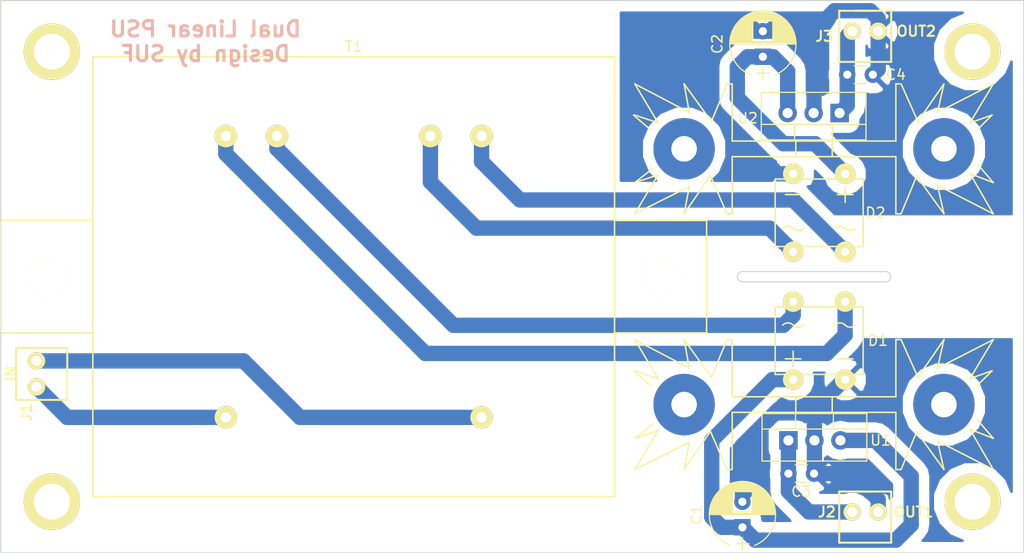
<source format=kicad_pcb>
(kicad_pcb (version 4) (host pcbnew 4.0.6)

  (general
    (links 22)
    (no_connects 0)
    (area 16.618001 17.1768 123.382 74.718286)
    (thickness 1.6)
    (drawings 11)
    (tracks 77)
    (zones 0)
    (modules 18)
    (nets 13)
  )

  (page A4)
  (layers
    (0 F.Cu signal)
    (31 B.Cu signal)
    (32 B.Adhes user)
    (33 F.Adhes user)
    (34 B.Paste user)
    (35 F.Paste user)
    (36 B.SilkS user)
    (37 F.SilkS user)
    (38 B.Mask user)
    (39 F.Mask user)
    (40 Dwgs.User user)
    (41 Cmts.User user)
    (42 Eco1.User user)
    (43 Eco2.User user)
    (44 Edge.Cuts user)
  )

  (setup
    (last_trace_width 1.5)
    (user_trace_width 0.5)
    (user_trace_width 1)
    (user_trace_width 1.5)
    (user_trace_width 2)
    (trace_clearance 0.254)
    (zone_clearance 1.016)
    (zone_45_only no)
    (trace_min 0.254)
    (segment_width 0.2)
    (edge_width 0.1)
    (via_size 0.889)
    (via_drill 0.635)
    (via_min_size 0.889)
    (via_min_drill 0.508)
    (uvia_size 0.508)
    (uvia_drill 0.127)
    (uvias_allowed no)
    (uvia_min_size 0.508)
    (uvia_min_drill 0.127)
    (pcb_text_width 0.3)
    (pcb_text_size 1.5 1.5)
    (mod_edge_width 0.15)
    (mod_text_size 1 1)
    (mod_text_width 0.15)
    (pad_size 6 6)
    (pad_drill 3.5)
    (pad_to_mask_clearance 0)
    (aux_axis_origin 0 0)
    (visible_elements 7FFFFFFF)
    (pcbplotparams
      (layerselection 0x00030_80000001)
      (usegerberextensions true)
      (excludeedgelayer true)
      (linewidth 0.150000)
      (plotframeref false)
      (viasonmask false)
      (mode 1)
      (useauxorigin false)
      (hpglpennumber 1)
      (hpglpenspeed 20)
      (hpglpendiameter 15)
      (hpglpenoverlay 2)
      (psnegative false)
      (psa4output false)
      (plotreference true)
      (plotvalue true)
      (plotinvisibletext false)
      (padsonsilk false)
      (subtractmaskfromsilk false)
      (outputformat 1)
      (mirror false)
      (drillshape 1)
      (scaleselection 1)
      (outputdirectory ""))
  )

  (net 0 "")
  (net 1 "Net-(C1-Pad1)")
  (net 2 "Net-(C1-Pad2)")
  (net 3 "Net-(C2-Pad1)")
  (net 4 "Net-(C2-Pad2)")
  (net 5 "Net-(C3-Pad1)")
  (net 6 "Net-(C4-Pad1)")
  (net 7 "Net-(D1-Pad2)")
  (net 8 "Net-(D1-Pad3)")
  (net 9 "Net-(D2-Pad2)")
  (net 10 "Net-(D2-Pad3)")
  (net 11 "Net-(J1-Pad1)")
  (net 12 "Net-(J1-Pad2)")

  (net_class Default "This is the default net class."
    (clearance 0.254)
    (trace_width 0.254)
    (via_dia 0.889)
    (via_drill 0.635)
    (uvia_dia 0.508)
    (uvia_drill 0.127)
    (add_net "Net-(C1-Pad1)")
    (add_net "Net-(C1-Pad2)")
    (add_net "Net-(C2-Pad1)")
    (add_net "Net-(C2-Pad2)")
    (add_net "Net-(C3-Pad1)")
    (add_net "Net-(C4-Pad1)")
    (add_net "Net-(D1-Pad2)")
    (add_net "Net-(D1-Pad3)")
    (add_net "Net-(D2-Pad2)")
    (add_net "Net-(D2-Pad3)")
    (add_net "Net-(J1-Pad1)")
    (add_net "Net-(J1-Pad2)")
  )

  (module Heatsinks:Heatsink_Fischer_SK104-STC-STIC_35x13mm_2xDrill2.5mm (layer F.Cu) (tedit 5A00C4AD) (tstamp 59FF95BF)
    (at 99.5 34.5)
    (descr "Heatsink, 35mm x 13mm, 2x Fixation 2,5mm Drill, Soldering, Fischer SK104-STC-STIC,")
    (tags "Heatsink, 35mm x 13mm, 2x Fixation 2,5mm Drill, Soldering, Fischer SK104-STC-STIC, Kuehlkoerper,  Strangkuehlkoerper, Loetbefestigung, for TO-220")
    (fp_text reference REF** (at -0.025 -4.875) (layer F.SilkS) hide
      (effects (font (size 1 1) (thickness 0.15)))
    )
    (fp_text value Heatsink_Fischer_SK104-STC-STIC_35x13mm_2xDrill2.5mm (at 0.65 9.075) (layer F.Fab)
      (effects (font (size 1 1) (thickness 0.15)))
    )
    (fp_line (start -1.778 -0.762) (end -1.778 0.762) (layer F.SilkS) (width 0.15))
    (fp_line (start 1.778 -0.762) (end 1.778 0.762) (layer F.SilkS) (width 0.15))
    (fp_line (start -8.509 6.35) (end -8.001 6.35) (layer F.SilkS) (width 0.15))
    (fp_line (start 17.526 -6.35) (end 12.065 -3.556) (layer F.SilkS) (width 0.15))
    (fp_line (start 12.065 -3.556) (end 12.7 -6.35) (layer F.SilkS) (width 0.15))
    (fp_line (start -10.033 -2.667) (end -12.7 -6.35) (layer F.SilkS) (width 0.15))
    (fp_line (start -12.7 -6.35) (end -12.192 -3.556) (layer F.SilkS) (width 0.15))
    (fp_line (start -12.192 -3.556) (end -17.526 -6.35) (layer F.SilkS) (width 0.15))
    (fp_line (start -10.16 2.667) (end -12.7 6.35) (layer F.SilkS) (width 0.15))
    (fp_line (start -12.7 6.35) (end -12.192 3.683) (layer F.SilkS) (width 0.15))
    (fp_line (start -12.192 3.683) (end -17.526 6.35) (layer F.SilkS) (width 0.15))
    (fp_line (start -15.24 2.54) (end -17.526 6.35) (layer F.SilkS) (width 0.15))
    (fp_line (start -15.24 -2.54) (end -17.526 -6.35) (layer F.SilkS) (width 0.15))
    (fp_line (start 8.001 -6.35) (end 8.382 -6.35) (layer F.SilkS) (width 0.15))
    (fp_line (start 8.001 6.35) (end 8.509 6.35) (layer F.SilkS) (width 0.15))
    (fp_line (start 10.033 2.667) (end 12.7 6.35) (layer F.SilkS) (width 0.15))
    (fp_line (start 12.7 6.35) (end 12.065 3.556) (layer F.SilkS) (width 0.15))
    (fp_line (start 12.065 3.556) (end 17.526 6.35) (layer F.SilkS) (width 0.15))
    (fp_line (start 15.24 2.413) (end 17.526 3.302) (layer F.SilkS) (width 0.15))
    (fp_line (start 17.526 3.302) (end 16.002 1.524) (layer F.SilkS) (width 0.15))
    (fp_line (start 17.526 6.35) (end 15.24 2.413) (layer F.SilkS) (width 0.15))
    (fp_line (start 15.24 -2.54) (end 17.399 -3.302) (layer F.SilkS) (width 0.15))
    (fp_line (start 17.399 -3.302) (end 15.875 -1.778) (layer F.SilkS) (width 0.15))
    (fp_line (start 17.526 -6.35) (end 15.24 -2.54) (layer F.SilkS) (width 0.15))
    (fp_line (start 10.16 -2.667) (end 12.7 -6.35) (layer F.SilkS) (width 0.15))
    (fp_line (start 8.509 6.35) (end 10.033 2.667) (layer F.SilkS) (width 0.15))
    (fp_line (start 8.509 -6.35) (end 10.16 -2.667) (layer F.SilkS) (width 0.15))
    (fp_line (start -8.509 6.35) (end -10.16 2.54) (layer F.SilkS) (width 0.15))
    (fp_line (start -8.001 -6.35) (end -8.509 -6.35) (layer F.SilkS) (width 0.15))
    (fp_line (start -8.509 -6.35) (end -10.033 -2.667) (layer F.SilkS) (width 0.15))
    (fp_line (start -17.526 3.302) (end -15.748 1.905) (layer F.SilkS) (width 0.15))
    (fp_line (start -17.653 -3.302) (end -15.875 -1.778) (layer F.SilkS) (width 0.15))
    (fp_line (start -17.526 3.302) (end -15.24 2.54) (layer F.SilkS) (width 0.15))
    (fp_line (start -17.526 -3.302) (end -15.24 -2.54) (layer F.SilkS) (width 0.15))
    (fp_line (start 0 0.762) (end -8.001 0.762) (layer F.SilkS) (width 0.15))
    (fp_line (start -8.001 0.762) (end -8.001 6.35) (layer F.SilkS) (width 0.15))
    (fp_line (start 0 0.762) (end 8.001 0.762) (layer F.SilkS) (width 0.15))
    (fp_line (start 8.001 0.762) (end 8.001 6.35) (layer F.SilkS) (width 0.15))
    (fp_line (start 0 -0.762) (end -8.001 -0.762) (layer F.SilkS) (width 0.15))
    (fp_line (start -8.001 -0.762) (end -8.001 -6.35) (layer F.SilkS) (width 0.15))
    (fp_line (start 0 -0.762) (end 8.001 -0.762) (layer F.SilkS) (width 0.15))
    (fp_line (start 8.001 -0.762) (end 8.001 -6.35) (layer F.SilkS) (width 0.15))
    (pad 1 thru_hole circle (at 12.7 0) (size 5.99948 5.99948) (drill 2.49936) (layers *.Cu *.Mask))
    (pad 1 thru_hole circle (at -12.7 0) (size 5.99948 5.99948) (drill 2.49936) (layers *.Cu *.Mask))
  )

  (module suf_connector_ncw:CONN_NCW254-02S (layer F.Cu) (tedit 5A00C480) (tstamp 542447FC)
    (at 23.5 56.5 90)
    (path /5421EC41)
    (fp_text reference J1 (at -3.75 -1 90) (layer F.SilkS)
      (effects (font (size 1 1) (thickness 0.2)))
    )
    (fp_text value IN (at 0 -2.5 90) (layer F.SilkS)
      (effects (font (size 1 1) (thickness 0.2)))
    )
    (fp_line (start -1 -2) (end -1 -2) (layer F.SilkS) (width 0.2))
    (fp_line (start -1 -2) (end 1 -2) (layer F.SilkS) (width 0.2))
    (fp_line (start 1 -2) (end 1 -2) (layer F.SilkS) (width 0.2))
    (fp_line (start -2.54 -2) (end 2.54 -2) (layer F.SilkS) (width 0.2))
    (fp_line (start 2.54 -2) (end 2.54 3) (layer F.SilkS) (width 0.2))
    (fp_line (start 2.54 3) (end -2.54 3) (layer F.SilkS) (width 0.2))
    (fp_line (start -2.54 3) (end -2.54 -2) (layer F.SilkS) (width 0.2))
    (pad 1 thru_hole circle (at -1.27 0 90) (size 1.7 1.7) (drill 1) (layers *.Cu *.Mask F.SilkS)
      (net 11 "Net-(J1-Pad1)"))
    (pad 2 thru_hole circle (at 1.27 0 90) (size 1.7 1.7) (drill 1) (layers *.Cu *.Mask F.SilkS)
      (net 12 "Net-(J1-Pad2)"))
  )

  (module suf_connector_ncw:CONN_NCW254-02S (layer F.Cu) (tedit 5A01324F) (tstamp 542447F2)
    (at 104.5 23)
    (path /5421EC32)
    (fp_text reference J3 (at -4 0.5) (layer F.SilkS)
      (effects (font (size 1 1) (thickness 0.2)))
    )
    (fp_text value OUT2 (at 5 0) (layer F.SilkS)
      (effects (font (size 1 1) (thickness 0.2)))
    )
    (fp_line (start -1 -2) (end -1 -2) (layer F.SilkS) (width 0.2))
    (fp_line (start -1 -2) (end 1 -2) (layer F.SilkS) (width 0.2))
    (fp_line (start 1 -2) (end 1 -2) (layer F.SilkS) (width 0.2))
    (fp_line (start -2.54 -2) (end 2.54 -2) (layer F.SilkS) (width 0.2))
    (fp_line (start 2.54 -2) (end 2.54 3) (layer F.SilkS) (width 0.2))
    (fp_line (start 2.54 3) (end -2.54 3) (layer F.SilkS) (width 0.2))
    (fp_line (start -2.54 3) (end -2.54 -2) (layer F.SilkS) (width 0.2))
    (pad 1 thru_hole circle (at -1.27 0) (size 1.7 1.7) (drill 1) (layers *.Cu *.Mask F.SilkS)
      (net 6 "Net-(C4-Pad1)"))
    (pad 2 thru_hole circle (at 1.27 0) (size 1.7 1.7) (drill 1) (layers *.Cu *.Mask F.SilkS)
      (net 4 "Net-(C2-Pad2)"))
  )

  (module suf_connector_ncw:CONN_NCW254-02S (layer F.Cu) (tedit 5A0132B8) (tstamp 542447E8)
    (at 104.5 70)
    (path /5421EC23)
    (fp_text reference J2 (at -3.75 0) (layer F.SilkS)
      (effects (font (size 1 1) (thickness 0.2)))
    )
    (fp_text value OUT1 (at 4.75 0) (layer F.SilkS)
      (effects (font (size 1 1) (thickness 0.2)))
    )
    (fp_line (start -1 -2) (end -1 -2) (layer F.SilkS) (width 0.2))
    (fp_line (start -1 -2) (end 1 -2) (layer F.SilkS) (width 0.2))
    (fp_line (start 1 -2) (end 1 -2) (layer F.SilkS) (width 0.2))
    (fp_line (start -2.54 -2) (end 2.54 -2) (layer F.SilkS) (width 0.2))
    (fp_line (start 2.54 -2) (end 2.54 3) (layer F.SilkS) (width 0.2))
    (fp_line (start 2.54 3) (end -2.54 3) (layer F.SilkS) (width 0.2))
    (fp_line (start -2.54 3) (end -2.54 -2) (layer F.SilkS) (width 0.2))
    (pad 1 thru_hole circle (at -1.27 0) (size 1.7 1.7) (drill 1) (layers *.Cu *.Mask F.SilkS)
      (net 5 "Net-(C3-Pad1)"))
    (pad 2 thru_hole circle (at 1.27 0) (size 1.7 1.7) (drill 1) (layers *.Cu *.Mask F.SilkS)
      (net 2 "Net-(C1-Pad2)"))
  )

  (module suf_mounting:MNT_HOLE_3.5 (layer F.Cu) (tedit 4AAB215B) (tstamp 59FEB13E)
    (at 115 25)
    (fp_text reference MNT_HOLE_3.5 (at 0 -6.35) (layer F.SilkS) hide
      (effects (font (thickness 0.3048)))
    )
    (fp_text value Val** (at 0 0) (layer F.SilkS) hide
      (effects (font (thickness 0.3048)))
    )
    (pad "" thru_hole circle (at 0 0) (size 5.4991 5.4991) (drill 3.50012) (layers *.Cu *.Mask F.SilkS))
  )

  (module suf_mounting:MNT_HOLE_3.5 (layer F.Cu) (tedit 4AAB215B) (tstamp 59FEB148)
    (at 115 69)
    (fp_text reference MNT_HOLE_3.5 (at 0 -6.35) (layer F.SilkS) hide
      (effects (font (thickness 0.3048)))
    )
    (fp_text value Val** (at 0 0) (layer F.SilkS) hide
      (effects (font (thickness 0.3048)))
    )
    (pad "" thru_hole circle (at 0 0) (size 5.4991 5.4991) (drill 3.50012) (layers *.Cu *.Mask F.SilkS))
  )

  (module suf_mounting:MNT_HOLE_3.5 (layer F.Cu) (tedit 4AAB215B) (tstamp 59FEB14E)
    (at 25 69)
    (fp_text reference MNT_HOLE_3.5 (at 0 -6.35) (layer F.SilkS) hide
      (effects (font (thickness 0.3048)))
    )
    (fp_text value Val** (at 0 0) (layer F.SilkS) hide
      (effects (font (thickness 0.3048)))
    )
    (pad "" thru_hole circle (at 0 0) (size 5.4991 5.4991) (drill 3.50012) (layers *.Cu *.Mask F.SilkS))
  )

  (module suf_mounting:MNT_HOLE_3.5 (layer F.Cu) (tedit 4AAB215B) (tstamp 59FEB15C)
    (at 25 25)
    (fp_text reference MNT_HOLE_3.5 (at 0 -6.35) (layer F.SilkS) hide
      (effects (font (thickness 0.3048)))
    )
    (fp_text value Val** (at 0 0) (layer F.SilkS) hide
      (effects (font (thickness 0.3048)))
    )
    (pad "" thru_hole circle (at 0 0) (size 5.4991 5.4991) (drill 3.50012) (layers *.Cu *.Mask F.SilkS))
  )

  (module Capacitors_ThroughHole:CP_Radial_D6.3mm_P2.50mm (layer F.Cu) (tedit 597BC7C2) (tstamp 59FF918F)
    (at 92.5 71.5 90)
    (descr "CP, Radial series, Radial, pin pitch=2.50mm, , diameter=6.3mm, Electrolytic Capacitor")
    (tags "CP Radial series Radial pin pitch 2.50mm  diameter 6.3mm Electrolytic Capacitor")
    (path /5421EA66)
    (fp_text reference C1 (at 1.25 -4.46 90) (layer F.SilkS)
      (effects (font (size 1 1) (thickness 0.15)))
    )
    (fp_text value 100uF/35V (at 1.25 4.46 90) (layer F.Fab)
      (effects (font (size 1 1) (thickness 0.15)))
    )
    (fp_arc (start 1.25 0) (end -1.767482 -1.18) (angle 137.3) (layer F.SilkS) (width 0.12))
    (fp_arc (start 1.25 0) (end -1.767482 1.18) (angle -137.3) (layer F.SilkS) (width 0.12))
    (fp_arc (start 1.25 0) (end 4.267482 -1.18) (angle 42.7) (layer F.SilkS) (width 0.12))
    (fp_circle (center 1.25 0) (end 4.4 0) (layer F.Fab) (width 0.1))
    (fp_line (start -2.2 0) (end -1 0) (layer F.Fab) (width 0.1))
    (fp_line (start -1.6 -0.65) (end -1.6 0.65) (layer F.Fab) (width 0.1))
    (fp_line (start 1.25 -3.2) (end 1.25 3.2) (layer F.SilkS) (width 0.12))
    (fp_line (start 1.29 -3.2) (end 1.29 3.2) (layer F.SilkS) (width 0.12))
    (fp_line (start 1.33 -3.2) (end 1.33 3.2) (layer F.SilkS) (width 0.12))
    (fp_line (start 1.37 -3.198) (end 1.37 3.198) (layer F.SilkS) (width 0.12))
    (fp_line (start 1.41 -3.197) (end 1.41 3.197) (layer F.SilkS) (width 0.12))
    (fp_line (start 1.45 -3.194) (end 1.45 3.194) (layer F.SilkS) (width 0.12))
    (fp_line (start 1.49 -3.192) (end 1.49 3.192) (layer F.SilkS) (width 0.12))
    (fp_line (start 1.53 -3.188) (end 1.53 -0.98) (layer F.SilkS) (width 0.12))
    (fp_line (start 1.53 0.98) (end 1.53 3.188) (layer F.SilkS) (width 0.12))
    (fp_line (start 1.57 -3.185) (end 1.57 -0.98) (layer F.SilkS) (width 0.12))
    (fp_line (start 1.57 0.98) (end 1.57 3.185) (layer F.SilkS) (width 0.12))
    (fp_line (start 1.61 -3.18) (end 1.61 -0.98) (layer F.SilkS) (width 0.12))
    (fp_line (start 1.61 0.98) (end 1.61 3.18) (layer F.SilkS) (width 0.12))
    (fp_line (start 1.65 -3.176) (end 1.65 -0.98) (layer F.SilkS) (width 0.12))
    (fp_line (start 1.65 0.98) (end 1.65 3.176) (layer F.SilkS) (width 0.12))
    (fp_line (start 1.69 -3.17) (end 1.69 -0.98) (layer F.SilkS) (width 0.12))
    (fp_line (start 1.69 0.98) (end 1.69 3.17) (layer F.SilkS) (width 0.12))
    (fp_line (start 1.73 -3.165) (end 1.73 -0.98) (layer F.SilkS) (width 0.12))
    (fp_line (start 1.73 0.98) (end 1.73 3.165) (layer F.SilkS) (width 0.12))
    (fp_line (start 1.77 -3.158) (end 1.77 -0.98) (layer F.SilkS) (width 0.12))
    (fp_line (start 1.77 0.98) (end 1.77 3.158) (layer F.SilkS) (width 0.12))
    (fp_line (start 1.81 -3.152) (end 1.81 -0.98) (layer F.SilkS) (width 0.12))
    (fp_line (start 1.81 0.98) (end 1.81 3.152) (layer F.SilkS) (width 0.12))
    (fp_line (start 1.85 -3.144) (end 1.85 -0.98) (layer F.SilkS) (width 0.12))
    (fp_line (start 1.85 0.98) (end 1.85 3.144) (layer F.SilkS) (width 0.12))
    (fp_line (start 1.89 -3.137) (end 1.89 -0.98) (layer F.SilkS) (width 0.12))
    (fp_line (start 1.89 0.98) (end 1.89 3.137) (layer F.SilkS) (width 0.12))
    (fp_line (start 1.93 -3.128) (end 1.93 -0.98) (layer F.SilkS) (width 0.12))
    (fp_line (start 1.93 0.98) (end 1.93 3.128) (layer F.SilkS) (width 0.12))
    (fp_line (start 1.971 -3.119) (end 1.971 -0.98) (layer F.SilkS) (width 0.12))
    (fp_line (start 1.971 0.98) (end 1.971 3.119) (layer F.SilkS) (width 0.12))
    (fp_line (start 2.011 -3.11) (end 2.011 -0.98) (layer F.SilkS) (width 0.12))
    (fp_line (start 2.011 0.98) (end 2.011 3.11) (layer F.SilkS) (width 0.12))
    (fp_line (start 2.051 -3.1) (end 2.051 -0.98) (layer F.SilkS) (width 0.12))
    (fp_line (start 2.051 0.98) (end 2.051 3.1) (layer F.SilkS) (width 0.12))
    (fp_line (start 2.091 -3.09) (end 2.091 -0.98) (layer F.SilkS) (width 0.12))
    (fp_line (start 2.091 0.98) (end 2.091 3.09) (layer F.SilkS) (width 0.12))
    (fp_line (start 2.131 -3.079) (end 2.131 -0.98) (layer F.SilkS) (width 0.12))
    (fp_line (start 2.131 0.98) (end 2.131 3.079) (layer F.SilkS) (width 0.12))
    (fp_line (start 2.171 -3.067) (end 2.171 -0.98) (layer F.SilkS) (width 0.12))
    (fp_line (start 2.171 0.98) (end 2.171 3.067) (layer F.SilkS) (width 0.12))
    (fp_line (start 2.211 -3.055) (end 2.211 -0.98) (layer F.SilkS) (width 0.12))
    (fp_line (start 2.211 0.98) (end 2.211 3.055) (layer F.SilkS) (width 0.12))
    (fp_line (start 2.251 -3.042) (end 2.251 -0.98) (layer F.SilkS) (width 0.12))
    (fp_line (start 2.251 0.98) (end 2.251 3.042) (layer F.SilkS) (width 0.12))
    (fp_line (start 2.291 -3.029) (end 2.291 -0.98) (layer F.SilkS) (width 0.12))
    (fp_line (start 2.291 0.98) (end 2.291 3.029) (layer F.SilkS) (width 0.12))
    (fp_line (start 2.331 -3.015) (end 2.331 -0.98) (layer F.SilkS) (width 0.12))
    (fp_line (start 2.331 0.98) (end 2.331 3.015) (layer F.SilkS) (width 0.12))
    (fp_line (start 2.371 -3.001) (end 2.371 -0.98) (layer F.SilkS) (width 0.12))
    (fp_line (start 2.371 0.98) (end 2.371 3.001) (layer F.SilkS) (width 0.12))
    (fp_line (start 2.411 -2.986) (end 2.411 -0.98) (layer F.SilkS) (width 0.12))
    (fp_line (start 2.411 0.98) (end 2.411 2.986) (layer F.SilkS) (width 0.12))
    (fp_line (start 2.451 -2.97) (end 2.451 -0.98) (layer F.SilkS) (width 0.12))
    (fp_line (start 2.451 0.98) (end 2.451 2.97) (layer F.SilkS) (width 0.12))
    (fp_line (start 2.491 -2.954) (end 2.491 -0.98) (layer F.SilkS) (width 0.12))
    (fp_line (start 2.491 0.98) (end 2.491 2.954) (layer F.SilkS) (width 0.12))
    (fp_line (start 2.531 -2.937) (end 2.531 -0.98) (layer F.SilkS) (width 0.12))
    (fp_line (start 2.531 0.98) (end 2.531 2.937) (layer F.SilkS) (width 0.12))
    (fp_line (start 2.571 -2.919) (end 2.571 -0.98) (layer F.SilkS) (width 0.12))
    (fp_line (start 2.571 0.98) (end 2.571 2.919) (layer F.SilkS) (width 0.12))
    (fp_line (start 2.611 -2.901) (end 2.611 -0.98) (layer F.SilkS) (width 0.12))
    (fp_line (start 2.611 0.98) (end 2.611 2.901) (layer F.SilkS) (width 0.12))
    (fp_line (start 2.651 -2.882) (end 2.651 -0.98) (layer F.SilkS) (width 0.12))
    (fp_line (start 2.651 0.98) (end 2.651 2.882) (layer F.SilkS) (width 0.12))
    (fp_line (start 2.691 -2.863) (end 2.691 -0.98) (layer F.SilkS) (width 0.12))
    (fp_line (start 2.691 0.98) (end 2.691 2.863) (layer F.SilkS) (width 0.12))
    (fp_line (start 2.731 -2.843) (end 2.731 -0.98) (layer F.SilkS) (width 0.12))
    (fp_line (start 2.731 0.98) (end 2.731 2.843) (layer F.SilkS) (width 0.12))
    (fp_line (start 2.771 -2.822) (end 2.771 -0.98) (layer F.SilkS) (width 0.12))
    (fp_line (start 2.771 0.98) (end 2.771 2.822) (layer F.SilkS) (width 0.12))
    (fp_line (start 2.811 -2.8) (end 2.811 -0.98) (layer F.SilkS) (width 0.12))
    (fp_line (start 2.811 0.98) (end 2.811 2.8) (layer F.SilkS) (width 0.12))
    (fp_line (start 2.851 -2.778) (end 2.851 -0.98) (layer F.SilkS) (width 0.12))
    (fp_line (start 2.851 0.98) (end 2.851 2.778) (layer F.SilkS) (width 0.12))
    (fp_line (start 2.891 -2.755) (end 2.891 -0.98) (layer F.SilkS) (width 0.12))
    (fp_line (start 2.891 0.98) (end 2.891 2.755) (layer F.SilkS) (width 0.12))
    (fp_line (start 2.931 -2.731) (end 2.931 -0.98) (layer F.SilkS) (width 0.12))
    (fp_line (start 2.931 0.98) (end 2.931 2.731) (layer F.SilkS) (width 0.12))
    (fp_line (start 2.971 -2.706) (end 2.971 -0.98) (layer F.SilkS) (width 0.12))
    (fp_line (start 2.971 0.98) (end 2.971 2.706) (layer F.SilkS) (width 0.12))
    (fp_line (start 3.011 -2.681) (end 3.011 -0.98) (layer F.SilkS) (width 0.12))
    (fp_line (start 3.011 0.98) (end 3.011 2.681) (layer F.SilkS) (width 0.12))
    (fp_line (start 3.051 -2.654) (end 3.051 -0.98) (layer F.SilkS) (width 0.12))
    (fp_line (start 3.051 0.98) (end 3.051 2.654) (layer F.SilkS) (width 0.12))
    (fp_line (start 3.091 -2.627) (end 3.091 -0.98) (layer F.SilkS) (width 0.12))
    (fp_line (start 3.091 0.98) (end 3.091 2.627) (layer F.SilkS) (width 0.12))
    (fp_line (start 3.131 -2.599) (end 3.131 -0.98) (layer F.SilkS) (width 0.12))
    (fp_line (start 3.131 0.98) (end 3.131 2.599) (layer F.SilkS) (width 0.12))
    (fp_line (start 3.171 -2.57) (end 3.171 -0.98) (layer F.SilkS) (width 0.12))
    (fp_line (start 3.171 0.98) (end 3.171 2.57) (layer F.SilkS) (width 0.12))
    (fp_line (start 3.211 -2.54) (end 3.211 -0.98) (layer F.SilkS) (width 0.12))
    (fp_line (start 3.211 0.98) (end 3.211 2.54) (layer F.SilkS) (width 0.12))
    (fp_line (start 3.251 -2.51) (end 3.251 -0.98) (layer F.SilkS) (width 0.12))
    (fp_line (start 3.251 0.98) (end 3.251 2.51) (layer F.SilkS) (width 0.12))
    (fp_line (start 3.291 -2.478) (end 3.291 -0.98) (layer F.SilkS) (width 0.12))
    (fp_line (start 3.291 0.98) (end 3.291 2.478) (layer F.SilkS) (width 0.12))
    (fp_line (start 3.331 -2.445) (end 3.331 -0.98) (layer F.SilkS) (width 0.12))
    (fp_line (start 3.331 0.98) (end 3.331 2.445) (layer F.SilkS) (width 0.12))
    (fp_line (start 3.371 -2.411) (end 3.371 -0.98) (layer F.SilkS) (width 0.12))
    (fp_line (start 3.371 0.98) (end 3.371 2.411) (layer F.SilkS) (width 0.12))
    (fp_line (start 3.411 -2.375) (end 3.411 -0.98) (layer F.SilkS) (width 0.12))
    (fp_line (start 3.411 0.98) (end 3.411 2.375) (layer F.SilkS) (width 0.12))
    (fp_line (start 3.451 -2.339) (end 3.451 -0.98) (layer F.SilkS) (width 0.12))
    (fp_line (start 3.451 0.98) (end 3.451 2.339) (layer F.SilkS) (width 0.12))
    (fp_line (start 3.491 -2.301) (end 3.491 2.301) (layer F.SilkS) (width 0.12))
    (fp_line (start 3.531 -2.262) (end 3.531 2.262) (layer F.SilkS) (width 0.12))
    (fp_line (start 3.571 -2.222) (end 3.571 2.222) (layer F.SilkS) (width 0.12))
    (fp_line (start 3.611 -2.18) (end 3.611 2.18) (layer F.SilkS) (width 0.12))
    (fp_line (start 3.651 -2.137) (end 3.651 2.137) (layer F.SilkS) (width 0.12))
    (fp_line (start 3.691 -2.092) (end 3.691 2.092) (layer F.SilkS) (width 0.12))
    (fp_line (start 3.731 -2.045) (end 3.731 2.045) (layer F.SilkS) (width 0.12))
    (fp_line (start 3.771 -1.997) (end 3.771 1.997) (layer F.SilkS) (width 0.12))
    (fp_line (start 3.811 -1.946) (end 3.811 1.946) (layer F.SilkS) (width 0.12))
    (fp_line (start 3.851 -1.894) (end 3.851 1.894) (layer F.SilkS) (width 0.12))
    (fp_line (start 3.891 -1.839) (end 3.891 1.839) (layer F.SilkS) (width 0.12))
    (fp_line (start 3.931 -1.781) (end 3.931 1.781) (layer F.SilkS) (width 0.12))
    (fp_line (start 3.971 -1.721) (end 3.971 1.721) (layer F.SilkS) (width 0.12))
    (fp_line (start 4.011 -1.658) (end 4.011 1.658) (layer F.SilkS) (width 0.12))
    (fp_line (start 4.051 -1.591) (end 4.051 1.591) (layer F.SilkS) (width 0.12))
    (fp_line (start 4.091 -1.52) (end 4.091 1.52) (layer F.SilkS) (width 0.12))
    (fp_line (start 4.131 -1.445) (end 4.131 1.445) (layer F.SilkS) (width 0.12))
    (fp_line (start 4.171 -1.364) (end 4.171 1.364) (layer F.SilkS) (width 0.12))
    (fp_line (start 4.211 -1.278) (end 4.211 1.278) (layer F.SilkS) (width 0.12))
    (fp_line (start 4.251 -1.184) (end 4.251 1.184) (layer F.SilkS) (width 0.12))
    (fp_line (start 4.291 -1.081) (end 4.291 1.081) (layer F.SilkS) (width 0.12))
    (fp_line (start 4.331 -0.966) (end 4.331 0.966) (layer F.SilkS) (width 0.12))
    (fp_line (start 4.371 -0.834) (end 4.371 0.834) (layer F.SilkS) (width 0.12))
    (fp_line (start 4.411 -0.676) (end 4.411 0.676) (layer F.SilkS) (width 0.12))
    (fp_line (start 4.451 -0.468) (end 4.451 0.468) (layer F.SilkS) (width 0.12))
    (fp_line (start -2.2 0) (end -1 0) (layer F.SilkS) (width 0.12))
    (fp_line (start -1.6 -0.65) (end -1.6 0.65) (layer F.SilkS) (width 0.12))
    (fp_line (start -2.25 -3.5) (end -2.25 3.5) (layer F.CrtYd) (width 0.05))
    (fp_line (start -2.25 3.5) (end 4.75 3.5) (layer F.CrtYd) (width 0.05))
    (fp_line (start 4.75 3.5) (end 4.75 -3.5) (layer F.CrtYd) (width 0.05))
    (fp_line (start 4.75 -3.5) (end -2.25 -3.5) (layer F.CrtYd) (width 0.05))
    (fp_text user %R (at 1.25 0 90) (layer F.Fab)
      (effects (font (size 1 1) (thickness 0.15)))
    )
    (pad 1 thru_hole rect (at 0 0 90) (size 1.6 1.6) (drill 0.8) (layers *.Cu *.Mask)
      (net 1 "Net-(C1-Pad1)"))
    (pad 2 thru_hole circle (at 2.5 0 90) (size 1.6 1.6) (drill 0.8) (layers *.Cu *.Mask)
      (net 2 "Net-(C1-Pad2)"))
    (model ${KISYS3DMOD}/Capacitors_THT.3dshapes/CP_Radial_D6.3mm_P2.50mm.wrl
      (at (xyz 0 0 0))
      (scale (xyz 1 1 1))
      (rotate (xyz 0 0 0))
    )
  )

  (module Capacitors_ThroughHole:CP_Radial_D6.3mm_P2.50mm (layer F.Cu) (tedit 597BC7C2) (tstamp 59FF9194)
    (at 94.5 25.5 90)
    (descr "CP, Radial series, Radial, pin pitch=2.50mm, , diameter=6.3mm, Electrolytic Capacitor")
    (tags "CP Radial series Radial pin pitch 2.50mm  diameter 6.3mm Electrolytic Capacitor")
    (path /5421EA77)
    (fp_text reference C2 (at 1.25 -4.46 90) (layer F.SilkS)
      (effects (font (size 1 1) (thickness 0.15)))
    )
    (fp_text value 100uF/35V (at 1.25 4.46 90) (layer F.Fab)
      (effects (font (size 1 1) (thickness 0.15)))
    )
    (fp_arc (start 1.25 0) (end -1.767482 -1.18) (angle 137.3) (layer F.SilkS) (width 0.12))
    (fp_arc (start 1.25 0) (end -1.767482 1.18) (angle -137.3) (layer F.SilkS) (width 0.12))
    (fp_arc (start 1.25 0) (end 4.267482 -1.18) (angle 42.7) (layer F.SilkS) (width 0.12))
    (fp_circle (center 1.25 0) (end 4.4 0) (layer F.Fab) (width 0.1))
    (fp_line (start -2.2 0) (end -1 0) (layer F.Fab) (width 0.1))
    (fp_line (start -1.6 -0.65) (end -1.6 0.65) (layer F.Fab) (width 0.1))
    (fp_line (start 1.25 -3.2) (end 1.25 3.2) (layer F.SilkS) (width 0.12))
    (fp_line (start 1.29 -3.2) (end 1.29 3.2) (layer F.SilkS) (width 0.12))
    (fp_line (start 1.33 -3.2) (end 1.33 3.2) (layer F.SilkS) (width 0.12))
    (fp_line (start 1.37 -3.198) (end 1.37 3.198) (layer F.SilkS) (width 0.12))
    (fp_line (start 1.41 -3.197) (end 1.41 3.197) (layer F.SilkS) (width 0.12))
    (fp_line (start 1.45 -3.194) (end 1.45 3.194) (layer F.SilkS) (width 0.12))
    (fp_line (start 1.49 -3.192) (end 1.49 3.192) (layer F.SilkS) (width 0.12))
    (fp_line (start 1.53 -3.188) (end 1.53 -0.98) (layer F.SilkS) (width 0.12))
    (fp_line (start 1.53 0.98) (end 1.53 3.188) (layer F.SilkS) (width 0.12))
    (fp_line (start 1.57 -3.185) (end 1.57 -0.98) (layer F.SilkS) (width 0.12))
    (fp_line (start 1.57 0.98) (end 1.57 3.185) (layer F.SilkS) (width 0.12))
    (fp_line (start 1.61 -3.18) (end 1.61 -0.98) (layer F.SilkS) (width 0.12))
    (fp_line (start 1.61 0.98) (end 1.61 3.18) (layer F.SilkS) (width 0.12))
    (fp_line (start 1.65 -3.176) (end 1.65 -0.98) (layer F.SilkS) (width 0.12))
    (fp_line (start 1.65 0.98) (end 1.65 3.176) (layer F.SilkS) (width 0.12))
    (fp_line (start 1.69 -3.17) (end 1.69 -0.98) (layer F.SilkS) (width 0.12))
    (fp_line (start 1.69 0.98) (end 1.69 3.17) (layer F.SilkS) (width 0.12))
    (fp_line (start 1.73 -3.165) (end 1.73 -0.98) (layer F.SilkS) (width 0.12))
    (fp_line (start 1.73 0.98) (end 1.73 3.165) (layer F.SilkS) (width 0.12))
    (fp_line (start 1.77 -3.158) (end 1.77 -0.98) (layer F.SilkS) (width 0.12))
    (fp_line (start 1.77 0.98) (end 1.77 3.158) (layer F.SilkS) (width 0.12))
    (fp_line (start 1.81 -3.152) (end 1.81 -0.98) (layer F.SilkS) (width 0.12))
    (fp_line (start 1.81 0.98) (end 1.81 3.152) (layer F.SilkS) (width 0.12))
    (fp_line (start 1.85 -3.144) (end 1.85 -0.98) (layer F.SilkS) (width 0.12))
    (fp_line (start 1.85 0.98) (end 1.85 3.144) (layer F.SilkS) (width 0.12))
    (fp_line (start 1.89 -3.137) (end 1.89 -0.98) (layer F.SilkS) (width 0.12))
    (fp_line (start 1.89 0.98) (end 1.89 3.137) (layer F.SilkS) (width 0.12))
    (fp_line (start 1.93 -3.128) (end 1.93 -0.98) (layer F.SilkS) (width 0.12))
    (fp_line (start 1.93 0.98) (end 1.93 3.128) (layer F.SilkS) (width 0.12))
    (fp_line (start 1.971 -3.119) (end 1.971 -0.98) (layer F.SilkS) (width 0.12))
    (fp_line (start 1.971 0.98) (end 1.971 3.119) (layer F.SilkS) (width 0.12))
    (fp_line (start 2.011 -3.11) (end 2.011 -0.98) (layer F.SilkS) (width 0.12))
    (fp_line (start 2.011 0.98) (end 2.011 3.11) (layer F.SilkS) (width 0.12))
    (fp_line (start 2.051 -3.1) (end 2.051 -0.98) (layer F.SilkS) (width 0.12))
    (fp_line (start 2.051 0.98) (end 2.051 3.1) (layer F.SilkS) (width 0.12))
    (fp_line (start 2.091 -3.09) (end 2.091 -0.98) (layer F.SilkS) (width 0.12))
    (fp_line (start 2.091 0.98) (end 2.091 3.09) (layer F.SilkS) (width 0.12))
    (fp_line (start 2.131 -3.079) (end 2.131 -0.98) (layer F.SilkS) (width 0.12))
    (fp_line (start 2.131 0.98) (end 2.131 3.079) (layer F.SilkS) (width 0.12))
    (fp_line (start 2.171 -3.067) (end 2.171 -0.98) (layer F.SilkS) (width 0.12))
    (fp_line (start 2.171 0.98) (end 2.171 3.067) (layer F.SilkS) (width 0.12))
    (fp_line (start 2.211 -3.055) (end 2.211 -0.98) (layer F.SilkS) (width 0.12))
    (fp_line (start 2.211 0.98) (end 2.211 3.055) (layer F.SilkS) (width 0.12))
    (fp_line (start 2.251 -3.042) (end 2.251 -0.98) (layer F.SilkS) (width 0.12))
    (fp_line (start 2.251 0.98) (end 2.251 3.042) (layer F.SilkS) (width 0.12))
    (fp_line (start 2.291 -3.029) (end 2.291 -0.98) (layer F.SilkS) (width 0.12))
    (fp_line (start 2.291 0.98) (end 2.291 3.029) (layer F.SilkS) (width 0.12))
    (fp_line (start 2.331 -3.015) (end 2.331 -0.98) (layer F.SilkS) (width 0.12))
    (fp_line (start 2.331 0.98) (end 2.331 3.015) (layer F.SilkS) (width 0.12))
    (fp_line (start 2.371 -3.001) (end 2.371 -0.98) (layer F.SilkS) (width 0.12))
    (fp_line (start 2.371 0.98) (end 2.371 3.001) (layer F.SilkS) (width 0.12))
    (fp_line (start 2.411 -2.986) (end 2.411 -0.98) (layer F.SilkS) (width 0.12))
    (fp_line (start 2.411 0.98) (end 2.411 2.986) (layer F.SilkS) (width 0.12))
    (fp_line (start 2.451 -2.97) (end 2.451 -0.98) (layer F.SilkS) (width 0.12))
    (fp_line (start 2.451 0.98) (end 2.451 2.97) (layer F.SilkS) (width 0.12))
    (fp_line (start 2.491 -2.954) (end 2.491 -0.98) (layer F.SilkS) (width 0.12))
    (fp_line (start 2.491 0.98) (end 2.491 2.954) (layer F.SilkS) (width 0.12))
    (fp_line (start 2.531 -2.937) (end 2.531 -0.98) (layer F.SilkS) (width 0.12))
    (fp_line (start 2.531 0.98) (end 2.531 2.937) (layer F.SilkS) (width 0.12))
    (fp_line (start 2.571 -2.919) (end 2.571 -0.98) (layer F.SilkS) (width 0.12))
    (fp_line (start 2.571 0.98) (end 2.571 2.919) (layer F.SilkS) (width 0.12))
    (fp_line (start 2.611 -2.901) (end 2.611 -0.98) (layer F.SilkS) (width 0.12))
    (fp_line (start 2.611 0.98) (end 2.611 2.901) (layer F.SilkS) (width 0.12))
    (fp_line (start 2.651 -2.882) (end 2.651 -0.98) (layer F.SilkS) (width 0.12))
    (fp_line (start 2.651 0.98) (end 2.651 2.882) (layer F.SilkS) (width 0.12))
    (fp_line (start 2.691 -2.863) (end 2.691 -0.98) (layer F.SilkS) (width 0.12))
    (fp_line (start 2.691 0.98) (end 2.691 2.863) (layer F.SilkS) (width 0.12))
    (fp_line (start 2.731 -2.843) (end 2.731 -0.98) (layer F.SilkS) (width 0.12))
    (fp_line (start 2.731 0.98) (end 2.731 2.843) (layer F.SilkS) (width 0.12))
    (fp_line (start 2.771 -2.822) (end 2.771 -0.98) (layer F.SilkS) (width 0.12))
    (fp_line (start 2.771 0.98) (end 2.771 2.822) (layer F.SilkS) (width 0.12))
    (fp_line (start 2.811 -2.8) (end 2.811 -0.98) (layer F.SilkS) (width 0.12))
    (fp_line (start 2.811 0.98) (end 2.811 2.8) (layer F.SilkS) (width 0.12))
    (fp_line (start 2.851 -2.778) (end 2.851 -0.98) (layer F.SilkS) (width 0.12))
    (fp_line (start 2.851 0.98) (end 2.851 2.778) (layer F.SilkS) (width 0.12))
    (fp_line (start 2.891 -2.755) (end 2.891 -0.98) (layer F.SilkS) (width 0.12))
    (fp_line (start 2.891 0.98) (end 2.891 2.755) (layer F.SilkS) (width 0.12))
    (fp_line (start 2.931 -2.731) (end 2.931 -0.98) (layer F.SilkS) (width 0.12))
    (fp_line (start 2.931 0.98) (end 2.931 2.731) (layer F.SilkS) (width 0.12))
    (fp_line (start 2.971 -2.706) (end 2.971 -0.98) (layer F.SilkS) (width 0.12))
    (fp_line (start 2.971 0.98) (end 2.971 2.706) (layer F.SilkS) (width 0.12))
    (fp_line (start 3.011 -2.681) (end 3.011 -0.98) (layer F.SilkS) (width 0.12))
    (fp_line (start 3.011 0.98) (end 3.011 2.681) (layer F.SilkS) (width 0.12))
    (fp_line (start 3.051 -2.654) (end 3.051 -0.98) (layer F.SilkS) (width 0.12))
    (fp_line (start 3.051 0.98) (end 3.051 2.654) (layer F.SilkS) (width 0.12))
    (fp_line (start 3.091 -2.627) (end 3.091 -0.98) (layer F.SilkS) (width 0.12))
    (fp_line (start 3.091 0.98) (end 3.091 2.627) (layer F.SilkS) (width 0.12))
    (fp_line (start 3.131 -2.599) (end 3.131 -0.98) (layer F.SilkS) (width 0.12))
    (fp_line (start 3.131 0.98) (end 3.131 2.599) (layer F.SilkS) (width 0.12))
    (fp_line (start 3.171 -2.57) (end 3.171 -0.98) (layer F.SilkS) (width 0.12))
    (fp_line (start 3.171 0.98) (end 3.171 2.57) (layer F.SilkS) (width 0.12))
    (fp_line (start 3.211 -2.54) (end 3.211 -0.98) (layer F.SilkS) (width 0.12))
    (fp_line (start 3.211 0.98) (end 3.211 2.54) (layer F.SilkS) (width 0.12))
    (fp_line (start 3.251 -2.51) (end 3.251 -0.98) (layer F.SilkS) (width 0.12))
    (fp_line (start 3.251 0.98) (end 3.251 2.51) (layer F.SilkS) (width 0.12))
    (fp_line (start 3.291 -2.478) (end 3.291 -0.98) (layer F.SilkS) (width 0.12))
    (fp_line (start 3.291 0.98) (end 3.291 2.478) (layer F.SilkS) (width 0.12))
    (fp_line (start 3.331 -2.445) (end 3.331 -0.98) (layer F.SilkS) (width 0.12))
    (fp_line (start 3.331 0.98) (end 3.331 2.445) (layer F.SilkS) (width 0.12))
    (fp_line (start 3.371 -2.411) (end 3.371 -0.98) (layer F.SilkS) (width 0.12))
    (fp_line (start 3.371 0.98) (end 3.371 2.411) (layer F.SilkS) (width 0.12))
    (fp_line (start 3.411 -2.375) (end 3.411 -0.98) (layer F.SilkS) (width 0.12))
    (fp_line (start 3.411 0.98) (end 3.411 2.375) (layer F.SilkS) (width 0.12))
    (fp_line (start 3.451 -2.339) (end 3.451 -0.98) (layer F.SilkS) (width 0.12))
    (fp_line (start 3.451 0.98) (end 3.451 2.339) (layer F.SilkS) (width 0.12))
    (fp_line (start 3.491 -2.301) (end 3.491 2.301) (layer F.SilkS) (width 0.12))
    (fp_line (start 3.531 -2.262) (end 3.531 2.262) (layer F.SilkS) (width 0.12))
    (fp_line (start 3.571 -2.222) (end 3.571 2.222) (layer F.SilkS) (width 0.12))
    (fp_line (start 3.611 -2.18) (end 3.611 2.18) (layer F.SilkS) (width 0.12))
    (fp_line (start 3.651 -2.137) (end 3.651 2.137) (layer F.SilkS) (width 0.12))
    (fp_line (start 3.691 -2.092) (end 3.691 2.092) (layer F.SilkS) (width 0.12))
    (fp_line (start 3.731 -2.045) (end 3.731 2.045) (layer F.SilkS) (width 0.12))
    (fp_line (start 3.771 -1.997) (end 3.771 1.997) (layer F.SilkS) (width 0.12))
    (fp_line (start 3.811 -1.946) (end 3.811 1.946) (layer F.SilkS) (width 0.12))
    (fp_line (start 3.851 -1.894) (end 3.851 1.894) (layer F.SilkS) (width 0.12))
    (fp_line (start 3.891 -1.839) (end 3.891 1.839) (layer F.SilkS) (width 0.12))
    (fp_line (start 3.931 -1.781) (end 3.931 1.781) (layer F.SilkS) (width 0.12))
    (fp_line (start 3.971 -1.721) (end 3.971 1.721) (layer F.SilkS) (width 0.12))
    (fp_line (start 4.011 -1.658) (end 4.011 1.658) (layer F.SilkS) (width 0.12))
    (fp_line (start 4.051 -1.591) (end 4.051 1.591) (layer F.SilkS) (width 0.12))
    (fp_line (start 4.091 -1.52) (end 4.091 1.52) (layer F.SilkS) (width 0.12))
    (fp_line (start 4.131 -1.445) (end 4.131 1.445) (layer F.SilkS) (width 0.12))
    (fp_line (start 4.171 -1.364) (end 4.171 1.364) (layer F.SilkS) (width 0.12))
    (fp_line (start 4.211 -1.278) (end 4.211 1.278) (layer F.SilkS) (width 0.12))
    (fp_line (start 4.251 -1.184) (end 4.251 1.184) (layer F.SilkS) (width 0.12))
    (fp_line (start 4.291 -1.081) (end 4.291 1.081) (layer F.SilkS) (width 0.12))
    (fp_line (start 4.331 -0.966) (end 4.331 0.966) (layer F.SilkS) (width 0.12))
    (fp_line (start 4.371 -0.834) (end 4.371 0.834) (layer F.SilkS) (width 0.12))
    (fp_line (start 4.411 -0.676) (end 4.411 0.676) (layer F.SilkS) (width 0.12))
    (fp_line (start 4.451 -0.468) (end 4.451 0.468) (layer F.SilkS) (width 0.12))
    (fp_line (start -2.2 0) (end -1 0) (layer F.SilkS) (width 0.12))
    (fp_line (start -1.6 -0.65) (end -1.6 0.65) (layer F.SilkS) (width 0.12))
    (fp_line (start -2.25 -3.5) (end -2.25 3.5) (layer F.CrtYd) (width 0.05))
    (fp_line (start -2.25 3.5) (end 4.75 3.5) (layer F.CrtYd) (width 0.05))
    (fp_line (start 4.75 3.5) (end 4.75 -3.5) (layer F.CrtYd) (width 0.05))
    (fp_line (start 4.75 -3.5) (end -2.25 -3.5) (layer F.CrtYd) (width 0.05))
    (fp_text user %R (at 1.25 0 90) (layer F.Fab)
      (effects (font (size 1 1) (thickness 0.15)))
    )
    (pad 1 thru_hole rect (at 0 0 90) (size 1.6 1.6) (drill 0.8) (layers *.Cu *.Mask)
      (net 3 "Net-(C2-Pad1)"))
    (pad 2 thru_hole circle (at 2.5 0 90) (size 1.6 1.6) (drill 0.8) (layers *.Cu *.Mask)
      (net 4 "Net-(C2-Pad2)"))
    (model ${KISYS3DMOD}/Capacitors_THT.3dshapes/CP_Radial_D6.3mm_P2.50mm.wrl
      (at (xyz 0 0 0))
      (scale (xyz 1 1 1))
      (rotate (xyz 0 0 0))
    )
  )

  (module Capacitors_ThroughHole:C_Disc_D3.0mm_W1.6mm_P2.50mm (layer F.Cu) (tedit 5A0132DB) (tstamp 59FF9199)
    (at 97 66.25)
    (descr "C, Disc series, Radial, pin pitch=2.50mm, , diameter*width=3.0*1.6mm^2, Capacitor, http://www.vishay.com/docs/45233/krseries.pdf")
    (tags "C Disc series Radial pin pitch 2.50mm  diameter 3.0mm width 1.6mm Capacitor")
    (path /5421EB13)
    (fp_text reference C3 (at 1.25 1.75) (layer F.SilkS)
      (effects (font (size 1 1) (thickness 0.15)))
    )
    (fp_text value 1uF/50V (at 1.25 2.11) (layer F.Fab)
      (effects (font (size 1 1) (thickness 0.15)))
    )
    (fp_line (start -0.25 -0.8) (end -0.25 0.8) (layer F.Fab) (width 0.1))
    (fp_line (start -0.25 0.8) (end 2.75 0.8) (layer F.Fab) (width 0.1))
    (fp_line (start 2.75 0.8) (end 2.75 -0.8) (layer F.Fab) (width 0.1))
    (fp_line (start 2.75 -0.8) (end -0.25 -0.8) (layer F.Fab) (width 0.1))
    (fp_line (start 0.663 -0.861) (end 1.837 -0.861) (layer F.SilkS) (width 0.12))
    (fp_line (start 0.663 0.861) (end 1.837 0.861) (layer F.SilkS) (width 0.12))
    (fp_line (start -1.05 -1.15) (end -1.05 1.15) (layer F.CrtYd) (width 0.05))
    (fp_line (start -1.05 1.15) (end 3.55 1.15) (layer F.CrtYd) (width 0.05))
    (fp_line (start 3.55 1.15) (end 3.55 -1.15) (layer F.CrtYd) (width 0.05))
    (fp_line (start 3.55 -1.15) (end -1.05 -1.15) (layer F.CrtYd) (width 0.05))
    (fp_text user %R (at 1.25 0) (layer F.Fab)
      (effects (font (size 1 1) (thickness 0.15)))
    )
    (pad 1 thru_hole circle (at 0 0) (size 1.6 1.6) (drill 0.8) (layers *.Cu *.Mask)
      (net 5 "Net-(C3-Pad1)"))
    (pad 2 thru_hole circle (at 2.5 0) (size 1.6 1.6) (drill 0.8) (layers *.Cu *.Mask)
      (net 2 "Net-(C1-Pad2)"))
    (model ${KISYS3DMOD}/Capacitors_THT.3dshapes/C_Disc_D3.0mm_W1.6mm_P2.50mm.wrl
      (at (xyz 0 0 0))
      (scale (xyz 1 1 1))
      (rotate (xyz 0 0 0))
    )
  )

  (module Capacitors_ThroughHole:C_Disc_D3.0mm_W1.6mm_P2.50mm (layer F.Cu) (tedit 5A013223) (tstamp 59FF919E)
    (at 102.75 27.25)
    (descr "C, Disc series, Radial, pin pitch=2.50mm, , diameter*width=3.0*1.6mm^2, Capacitor, http://www.vishay.com/docs/45233/krseries.pdf")
    (tags "C Disc series Radial pin pitch 2.50mm  diameter 3.0mm width 1.6mm Capacitor")
    (path /5421EB22)
    (fp_text reference C4 (at 4.75 0) (layer F.SilkS)
      (effects (font (size 1 1) (thickness 0.15)))
    )
    (fp_text value 1uF/50V (at 1.25 2.11) (layer F.Fab)
      (effects (font (size 1 1) (thickness 0.15)))
    )
    (fp_line (start -0.25 -0.8) (end -0.25 0.8) (layer F.Fab) (width 0.1))
    (fp_line (start -0.25 0.8) (end 2.75 0.8) (layer F.Fab) (width 0.1))
    (fp_line (start 2.75 0.8) (end 2.75 -0.8) (layer F.Fab) (width 0.1))
    (fp_line (start 2.75 -0.8) (end -0.25 -0.8) (layer F.Fab) (width 0.1))
    (fp_line (start 0.663 -0.861) (end 1.837 -0.861) (layer F.SilkS) (width 0.12))
    (fp_line (start 0.663 0.861) (end 1.837 0.861) (layer F.SilkS) (width 0.12))
    (fp_line (start -1.05 -1.15) (end -1.05 1.15) (layer F.CrtYd) (width 0.05))
    (fp_line (start -1.05 1.15) (end 3.55 1.15) (layer F.CrtYd) (width 0.05))
    (fp_line (start 3.55 1.15) (end 3.55 -1.15) (layer F.CrtYd) (width 0.05))
    (fp_line (start 3.55 -1.15) (end -1.05 -1.15) (layer F.CrtYd) (width 0.05))
    (fp_text user %R (at 1.25 0) (layer F.Fab)
      (effects (font (size 1 1) (thickness 0.15)))
    )
    (pad 1 thru_hole circle (at 0 0) (size 1.6 1.6) (drill 0.8) (layers *.Cu *.Mask)
      (net 6 "Net-(C4-Pad1)"))
    (pad 2 thru_hole circle (at 2.5 0) (size 1.6 1.6) (drill 0.8) (layers *.Cu *.Mask)
      (net 4 "Net-(C2-Pad2)"))
    (model ${KISYS3DMOD}/Capacitors_THT.3dshapes/C_Disc_D3.0mm_W1.6mm_P2.50mm.wrl
      (at (xyz 0 0 0))
      (scale (xyz 1 1 1))
      (rotate (xyz 0 0 0))
    )
  )

  (module suf_diode_bridge:DB-4 (layer F.Cu) (tedit 5A013291) (tstamp 59FF91A3)
    (at 100 53.25 180)
    (path /5421E9F9)
    (fp_text reference D1 (at -5.75 0 180) (layer F.SilkS)
      (effects (font (size 1 1) (thickness 0.15)))
    )
    (fp_text value DB107 (at 0 5.842 180) (layer F.SilkS) hide
      (effects (font (size 1 1) (thickness 0.15)))
    )
    (fp_line (start 2.54 -2.54) (end 2.54 -1.016) (layer F.SilkS) (width 0.15))
    (fp_line (start 1.778 -1.778) (end 3.302 -1.778) (layer F.SilkS) (width 0.15))
    (fp_line (start -3.302 -1.778) (end -1.778 -1.778) (layer F.SilkS) (width 0.15))
    (fp_arc (start 2.032 2.032) (end 1.524 1.524) (angle 90) (layer F.SilkS) (width 0.15))
    (fp_arc (start 3.048 1.016) (end 3.556 1.524) (angle 90) (layer F.SilkS) (width 0.15))
    (fp_arc (start -2.032 1.016) (end -1.524 1.524) (angle 90) (layer F.SilkS) (width 0.15))
    (fp_arc (start -3.048 2.032) (end -3.556 1.524) (angle 90) (layer F.SilkS) (width 0.15))
    (fp_line (start -4.3 -3.3) (end 4.3 -3.3) (layer F.SilkS) (width 0.15))
    (fp_line (start 4.3 -3.3) (end 4.3 3.3) (layer F.SilkS) (width 0.15))
    (fp_line (start 4.3 3.3) (end -4.3 3.3) (layer F.SilkS) (width 0.15))
    (fp_line (start -4.3 3.3) (end -4.3 -3.3) (layer F.SilkS) (width 0.15))
    (pad 1 thru_hole circle (at -2.54 -3.81 180) (size 2 2) (drill 0.8) (layers *.Cu *.Mask F.SilkS)
      (net 2 "Net-(C1-Pad2)"))
    (pad 2 thru_hole circle (at -2.54 3.81 180) (size 2 2) (drill 0.8) (layers *.Cu *.Mask F.SilkS)
      (net 7 "Net-(D1-Pad2)"))
    (pad 3 thru_hole circle (at 2.54 3.81 180) (size 2 2) (drill 0.8) (layers *.Cu *.Mask F.SilkS)
      (net 8 "Net-(D1-Pad3)"))
    (pad 4 thru_hole circle (at 2.54 -3.81 180) (size 2 2) (drill 0.8) (layers *.Cu *.Mask F.SilkS)
      (net 1 "Net-(C1-Pad1)"))
  )

  (module suf_diode_bridge:DB-4 (layer F.Cu) (tedit 5A01326C) (tstamp 59FF91AA)
    (at 100 40.75)
    (path /5421EA08)
    (fp_text reference D2 (at 5.5 0) (layer F.SilkS)
      (effects (font (size 1 1) (thickness 0.15)))
    )
    (fp_text value DB107 (at 0 5.842) (layer F.SilkS) hide
      (effects (font (size 1 1) (thickness 0.15)))
    )
    (fp_line (start 2.54 -2.54) (end 2.54 -1.016) (layer F.SilkS) (width 0.15))
    (fp_line (start 1.778 -1.778) (end 3.302 -1.778) (layer F.SilkS) (width 0.15))
    (fp_line (start -3.302 -1.778) (end -1.778 -1.778) (layer F.SilkS) (width 0.15))
    (fp_arc (start 2.032 2.032) (end 1.524 1.524) (angle 90) (layer F.SilkS) (width 0.15))
    (fp_arc (start 3.048 1.016) (end 3.556 1.524) (angle 90) (layer F.SilkS) (width 0.15))
    (fp_arc (start -2.032 1.016) (end -1.524 1.524) (angle 90) (layer F.SilkS) (width 0.15))
    (fp_arc (start -3.048 2.032) (end -3.556 1.524) (angle 90) (layer F.SilkS) (width 0.15))
    (fp_line (start -4.3 -3.3) (end 4.3 -3.3) (layer F.SilkS) (width 0.15))
    (fp_line (start 4.3 -3.3) (end 4.3 3.3) (layer F.SilkS) (width 0.15))
    (fp_line (start 4.3 3.3) (end -4.3 3.3) (layer F.SilkS) (width 0.15))
    (fp_line (start -4.3 3.3) (end -4.3 -3.3) (layer F.SilkS) (width 0.15))
    (pad 1 thru_hole circle (at -2.54 -3.81) (size 2 2) (drill 0.8) (layers *.Cu *.Mask F.SilkS)
      (net 4 "Net-(C2-Pad2)"))
    (pad 2 thru_hole circle (at -2.54 3.81) (size 2 2) (drill 0.8) (layers *.Cu *.Mask F.SilkS)
      (net 9 "Net-(D2-Pad2)"))
    (pad 3 thru_hole circle (at 2.54 3.81) (size 2 2) (drill 0.8) (layers *.Cu *.Mask F.SilkS)
      (net 10 "Net-(D2-Pad3)"))
    (pad 4 thru_hole circle (at 2.54 -3.81) (size 2 2) (drill 0.8) (layers *.Cu *.Mask F.SilkS)
      (net 3 "Net-(C2-Pad1)"))
  )

  (module suf_transformer:TR_ME.TRE-10-2 (layer F.Cu) (tedit 5A013326) (tstamp 59FF91B1)
    (at 54.5 47 180)
    (path /5421DE2D)
    (fp_text reference T1 (at 0 22.5 180) (layer F.SilkS)
      (effects (font (size 1 1) (thickness 0.15)))
    )
    (fp_text value ME.TRE-10 (at 0 -22.5 180) (layer F.SilkS) hide
      (effects (font (size 1 1) (thickness 0.15)))
    )
    (fp_line (start -25.5 -21.5) (end -25.5 21.5) (layer F.SilkS) (width 0.15))
    (fp_line (start -25.5 21.5) (end 25.5 21.5) (layer F.SilkS) (width 0.15))
    (fp_line (start 25.5 21.5) (end 25.5 -21.5) (layer F.SilkS) (width 0.15))
    (fp_line (start 25.5 -21.5) (end -25.5 -21.5) (layer F.SilkS) (width 0.15))
    (fp_line (start 25.5 -5.5) (end 34.5 -5.5) (layer F.SilkS) (width 0.15))
    (fp_line (start 34.5 -5.5) (end 34.5 5.5) (layer F.SilkS) (width 0.15))
    (fp_line (start 34.5 5.5) (end 25.5 5.5) (layer F.SilkS) (width 0.15))
    (fp_line (start -25.5 -5.5) (end -34.5 -5.5) (layer F.SilkS) (width 0.15))
    (fp_line (start -34.5 -5.5) (end -34.5 5.5) (layer F.SilkS) (width 0.15))
    (fp_line (start -34.5 5.5) (end -25.5 5.5) (layer F.SilkS) (width 0.15))
    (pad "" np_thru_hole circle (at -30 0 180) (size 4 4) (drill 4) (layers *.Cu *.Mask F.SilkS))
    (pad "" np_thru_hole circle (at 30 0 180) (size 4 4) (drill 4) (layers *.Cu *.Mask F.SilkS))
    (pad 1 thru_hole circle (at -12.5 -13.75 180) (size 2.2 2.2) (drill 1) (layers *.Cu *.Mask F.SilkS)
      (net 12 "Net-(J1-Pad2)"))
    (pad 6 thru_hole circle (at 12.5 -13.75 180) (size 2.2 2.2) (drill 1) (layers *.Cu *.Mask F.SilkS)
      (net 11 "Net-(J1-Pad1)"))
    (pad 8 thru_hole circle (at 7.5 13.75 180) (size 2.2 2.2) (drill 1) (layers *.Cu *.Mask F.SilkS)
      (net 8 "Net-(D1-Pad3)"))
    (pad 11 thru_hole circle (at -7.5 13.75 180) (size 2.2 2.2) (drill 1) (layers *.Cu *.Mask F.SilkS)
      (net 9 "Net-(D2-Pad2)"))
    (pad 12 thru_hole circle (at -12.5 13.75 180) (size 2.2 2.2) (drill 1) (layers *.Cu *.Mask F.SilkS)
      (net 10 "Net-(D2-Pad3)"))
    (pad 7 thru_hole circle (at 12.5 13.75 180) (size 2.2 2.2) (drill 1) (layers *.Cu *.Mask F.SilkS)
      (net 7 "Net-(D1-Pad2)"))
  )

  (module TO_SOT_Packages_THT:TO-220-3_Vertical (layer F.Cu) (tedit 5A01329E) (tstamp 59FF91C6)
    (at 97 63)
    (descr "TO-220-3, Vertical, RM 2.54mm")
    (tags "TO-220-3 Vertical RM 2.54mm")
    (path /5421EAF5)
    (fp_text reference U1 (at 9 0) (layer F.SilkS)
      (effects (font (size 1 1) (thickness 0.15)))
    )
    (fp_text value 78xx (at 2.54 3.92) (layer F.Fab)
      (effects (font (size 1 1) (thickness 0.15)))
    )
    (fp_text user %R (at 2.54 -3.62) (layer F.Fab)
      (effects (font (size 1 1) (thickness 0.15)))
    )
    (fp_line (start -2.46 -2.5) (end -2.46 1.9) (layer F.Fab) (width 0.1))
    (fp_line (start -2.46 1.9) (end 7.54 1.9) (layer F.Fab) (width 0.1))
    (fp_line (start 7.54 1.9) (end 7.54 -2.5) (layer F.Fab) (width 0.1))
    (fp_line (start 7.54 -2.5) (end -2.46 -2.5) (layer F.Fab) (width 0.1))
    (fp_line (start -2.46 -1.23) (end 7.54 -1.23) (layer F.Fab) (width 0.1))
    (fp_line (start 0.69 -2.5) (end 0.69 -1.23) (layer F.Fab) (width 0.1))
    (fp_line (start 4.39 -2.5) (end 4.39 -1.23) (layer F.Fab) (width 0.1))
    (fp_line (start -2.58 -2.62) (end 7.66 -2.62) (layer F.SilkS) (width 0.12))
    (fp_line (start -2.58 2.021) (end 7.66 2.021) (layer F.SilkS) (width 0.12))
    (fp_line (start -2.58 -2.62) (end -2.58 2.021) (layer F.SilkS) (width 0.12))
    (fp_line (start 7.66 -2.62) (end 7.66 2.021) (layer F.SilkS) (width 0.12))
    (fp_line (start -2.58 -1.11) (end 7.66 -1.11) (layer F.SilkS) (width 0.12))
    (fp_line (start 0.69 -2.62) (end 0.69 -1.11) (layer F.SilkS) (width 0.12))
    (fp_line (start 4.391 -2.62) (end 4.391 -1.11) (layer F.SilkS) (width 0.12))
    (fp_line (start -2.71 -2.75) (end -2.71 2.16) (layer F.CrtYd) (width 0.05))
    (fp_line (start -2.71 2.16) (end 7.79 2.16) (layer F.CrtYd) (width 0.05))
    (fp_line (start 7.79 2.16) (end 7.79 -2.75) (layer F.CrtYd) (width 0.05))
    (fp_line (start 7.79 -2.75) (end -2.71 -2.75) (layer F.CrtYd) (width 0.05))
    (pad 1 thru_hole rect (at 0 0) (size 1.8 1.8) (drill 1) (layers *.Cu *.Mask)
      (net 5 "Net-(C3-Pad1)"))
    (pad 2 thru_hole oval (at 2.54 0) (size 1.8 1.8) (drill 1) (layers *.Cu *.Mask)
      (net 2 "Net-(C1-Pad2)"))
    (pad 3 thru_hole oval (at 5.08 0) (size 1.8 1.8) (drill 1) (layers *.Cu *.Mask)
      (net 1 "Net-(C1-Pad1)"))
    (model ${KISYS3DMOD}/TO_SOT_Packages_THT.3dshapes/TO-220-3_Vertical.wrl
      (at (xyz 0.1 0 0))
      (scale (xyz 0.393701 0.393701 0.393701))
      (rotate (xyz 0 0 0))
    )
  )

  (module TO_SOT_Packages_THT:TO-220-3_Vertical (layer F.Cu) (tedit 5A01323A) (tstamp 59FF91CC)
    (at 102 31 180)
    (descr "TO-220-3, Vertical, RM 2.54mm")
    (tags "TO-220-3 Vertical RM 2.54mm")
    (path /5421EB04)
    (fp_text reference U2 (at 9 -0.5 180) (layer F.SilkS)
      (effects (font (size 1 1) (thickness 0.15)))
    )
    (fp_text value 78xx (at 2.54 3.92 180) (layer F.Fab)
      (effects (font (size 1 1) (thickness 0.15)))
    )
    (fp_text user %R (at 2.54 -3.62 180) (layer F.Fab)
      (effects (font (size 1 1) (thickness 0.15)))
    )
    (fp_line (start -2.46 -2.5) (end -2.46 1.9) (layer F.Fab) (width 0.1))
    (fp_line (start -2.46 1.9) (end 7.54 1.9) (layer F.Fab) (width 0.1))
    (fp_line (start 7.54 1.9) (end 7.54 -2.5) (layer F.Fab) (width 0.1))
    (fp_line (start 7.54 -2.5) (end -2.46 -2.5) (layer F.Fab) (width 0.1))
    (fp_line (start -2.46 -1.23) (end 7.54 -1.23) (layer F.Fab) (width 0.1))
    (fp_line (start 0.69 -2.5) (end 0.69 -1.23) (layer F.Fab) (width 0.1))
    (fp_line (start 4.39 -2.5) (end 4.39 -1.23) (layer F.Fab) (width 0.1))
    (fp_line (start -2.58 -2.62) (end 7.66 -2.62) (layer F.SilkS) (width 0.12))
    (fp_line (start -2.58 2.021) (end 7.66 2.021) (layer F.SilkS) (width 0.12))
    (fp_line (start -2.58 -2.62) (end -2.58 2.021) (layer F.SilkS) (width 0.12))
    (fp_line (start 7.66 -2.62) (end 7.66 2.021) (layer F.SilkS) (width 0.12))
    (fp_line (start -2.58 -1.11) (end 7.66 -1.11) (layer F.SilkS) (width 0.12))
    (fp_line (start 0.69 -2.62) (end 0.69 -1.11) (layer F.SilkS) (width 0.12))
    (fp_line (start 4.391 -2.62) (end 4.391 -1.11) (layer F.SilkS) (width 0.12))
    (fp_line (start -2.71 -2.75) (end -2.71 2.16) (layer F.CrtYd) (width 0.05))
    (fp_line (start -2.71 2.16) (end 7.79 2.16) (layer F.CrtYd) (width 0.05))
    (fp_line (start 7.79 2.16) (end 7.79 -2.75) (layer F.CrtYd) (width 0.05))
    (fp_line (start 7.79 -2.75) (end -2.71 -2.75) (layer F.CrtYd) (width 0.05))
    (pad 1 thru_hole rect (at 0 0 180) (size 1.8 1.8) (drill 1) (layers *.Cu *.Mask)
      (net 6 "Net-(C4-Pad1)"))
    (pad 2 thru_hole oval (at 2.54 0 180) (size 1.8 1.8) (drill 1) (layers *.Cu *.Mask)
      (net 4 "Net-(C2-Pad2)"))
    (pad 3 thru_hole oval (at 5.08 0 180) (size 1.8 1.8) (drill 1) (layers *.Cu *.Mask)
      (net 3 "Net-(C2-Pad1)"))
    (model ${KISYS3DMOD}/TO_SOT_Packages_THT.3dshapes/TO-220-3_Vertical.wrl
      (at (xyz 0.1 0 0))
      (scale (xyz 0.393701 0.393701 0.393701))
      (rotate (xyz 0 0 0))
    )
  )

  (module Heatsinks:Heatsink_Fischer_SK104-STC-STIC_35x13mm_2xDrill2.5mm (layer F.Cu) (tedit 5A00C4A1) (tstamp 59FF9277)
    (at 99.5 59.5)
    (descr "Heatsink, 35mm x 13mm, 2x Fixation 2,5mm Drill, Soldering, Fischer SK104-STC-STIC,")
    (tags "Heatsink, 35mm x 13mm, 2x Fixation 2,5mm Drill, Soldering, Fischer SK104-STC-STIC, Kuehlkoerper,  Strangkuehlkoerper, Loetbefestigung, for TO-220")
    (fp_text reference REF** (at -0.025 -4.875) (layer F.SilkS) hide
      (effects (font (size 1 1) (thickness 0.15)))
    )
    (fp_text value Heatsink_Fischer_SK104-STC-STIC_35x13mm_2xDrill2.5mm (at 0.65 9.075) (layer F.Fab)
      (effects (font (size 1 1) (thickness 0.15)))
    )
    (fp_line (start -1.778 -0.762) (end -1.778 0.762) (layer F.SilkS) (width 0.15))
    (fp_line (start 1.778 -0.762) (end 1.778 0.762) (layer F.SilkS) (width 0.15))
    (fp_line (start -8.509 6.35) (end -8.001 6.35) (layer F.SilkS) (width 0.15))
    (fp_line (start 17.526 -6.35) (end 12.065 -3.556) (layer F.SilkS) (width 0.15))
    (fp_line (start 12.065 -3.556) (end 12.7 -6.35) (layer F.SilkS) (width 0.15))
    (fp_line (start -10.033 -2.667) (end -12.7 -6.35) (layer F.SilkS) (width 0.15))
    (fp_line (start -12.7 -6.35) (end -12.192 -3.556) (layer F.SilkS) (width 0.15))
    (fp_line (start -12.192 -3.556) (end -17.526 -6.35) (layer F.SilkS) (width 0.15))
    (fp_line (start -10.16 2.667) (end -12.7 6.35) (layer F.SilkS) (width 0.15))
    (fp_line (start -12.7 6.35) (end -12.192 3.683) (layer F.SilkS) (width 0.15))
    (fp_line (start -12.192 3.683) (end -17.526 6.35) (layer F.SilkS) (width 0.15))
    (fp_line (start -15.24 2.54) (end -17.526 6.35) (layer F.SilkS) (width 0.15))
    (fp_line (start -15.24 -2.54) (end -17.526 -6.35) (layer F.SilkS) (width 0.15))
    (fp_line (start 8.001 -6.35) (end 8.382 -6.35) (layer F.SilkS) (width 0.15))
    (fp_line (start 8.001 6.35) (end 8.509 6.35) (layer F.SilkS) (width 0.15))
    (fp_line (start 10.033 2.667) (end 12.7 6.35) (layer F.SilkS) (width 0.15))
    (fp_line (start 12.7 6.35) (end 12.065 3.556) (layer F.SilkS) (width 0.15))
    (fp_line (start 12.065 3.556) (end 17.526 6.35) (layer F.SilkS) (width 0.15))
    (fp_line (start 15.24 2.413) (end 17.526 3.302) (layer F.SilkS) (width 0.15))
    (fp_line (start 17.526 3.302) (end 16.002 1.524) (layer F.SilkS) (width 0.15))
    (fp_line (start 17.526 6.35) (end 15.24 2.413) (layer F.SilkS) (width 0.15))
    (fp_line (start 15.24 -2.54) (end 17.399 -3.302) (layer F.SilkS) (width 0.15))
    (fp_line (start 17.399 -3.302) (end 15.875 -1.778) (layer F.SilkS) (width 0.15))
    (fp_line (start 17.526 -6.35) (end 15.24 -2.54) (layer F.SilkS) (width 0.15))
    (fp_line (start 10.16 -2.667) (end 12.7 -6.35) (layer F.SilkS) (width 0.15))
    (fp_line (start 8.509 6.35) (end 10.033 2.667) (layer F.SilkS) (width 0.15))
    (fp_line (start 8.509 -6.35) (end 10.16 -2.667) (layer F.SilkS) (width 0.15))
    (fp_line (start -8.509 6.35) (end -10.16 2.54) (layer F.SilkS) (width 0.15))
    (fp_line (start -8.001 -6.35) (end -8.509 -6.35) (layer F.SilkS) (width 0.15))
    (fp_line (start -8.509 -6.35) (end -10.033 -2.667) (layer F.SilkS) (width 0.15))
    (fp_line (start -17.526 3.302) (end -15.748 1.905) (layer F.SilkS) (width 0.15))
    (fp_line (start -17.653 -3.302) (end -15.875 -1.778) (layer F.SilkS) (width 0.15))
    (fp_line (start -17.526 3.302) (end -15.24 2.54) (layer F.SilkS) (width 0.15))
    (fp_line (start -17.526 -3.302) (end -15.24 -2.54) (layer F.SilkS) (width 0.15))
    (fp_line (start 0 0.762) (end -8.001 0.762) (layer F.SilkS) (width 0.15))
    (fp_line (start -8.001 0.762) (end -8.001 6.35) (layer F.SilkS) (width 0.15))
    (fp_line (start 0 0.762) (end 8.001 0.762) (layer F.SilkS) (width 0.15))
    (fp_line (start 8.001 0.762) (end 8.001 6.35) (layer F.SilkS) (width 0.15))
    (fp_line (start 0 -0.762) (end -8.001 -0.762) (layer F.SilkS) (width 0.15))
    (fp_line (start -8.001 -0.762) (end -8.001 -6.35) (layer F.SilkS) (width 0.15))
    (fp_line (start 0 -0.762) (end 8.001 -0.762) (layer F.SilkS) (width 0.15))
    (fp_line (start 8.001 -0.762) (end 8.001 -6.35) (layer F.SilkS) (width 0.15))
    (pad 1 thru_hole circle (at 12.7 0) (size 5.99948 5.99948) (drill 2.49936) (layers *.Cu *.Mask))
    (pad 1 thru_hole circle (at -12.7 0) (size 5.99948 5.99948) (drill 2.49936) (layers *.Cu *.Mask))
  )

  (gr_line (start 20 74) (end 20 20) (angle 90) (layer Edge.Cuts) (width 0.1))
  (gr_line (start 120 74) (end 20 74) (angle 90) (layer Edge.Cuts) (width 0.1))
  (gr_line (start 120 20) (end 120 74) (angle 90) (layer Edge.Cuts) (width 0.1))
  (gr_line (start 20 20) (end 120 20) (angle 90) (layer Edge.Cuts) (width 0.1))
  (gr_line (start 92.5 47.5) (end 106.5 47.5) (angle 90) (layer Edge.Cuts) (width 0.1))
  (gr_arc (start 106.5 47) (end 107 47) (angle 90) (layer Edge.Cuts) (width 0.1))
  (gr_arc (start 106.5 47) (end 106.5 46.5) (angle 90) (layer Edge.Cuts) (width 0.1))
  (gr_line (start 92.5 46.5) (end 106.5 46.5) (angle 90) (layer Edge.Cuts) (width 0.1))
  (gr_arc (start 92.5 47) (end 92.5 47.5) (angle 90) (layer Edge.Cuts) (width 0.1))
  (gr_arc (start 92.5 47) (end 92 47) (angle 90) (layer Edge.Cuts) (width 0.1))
  (gr_text "Dual Linear PSU\nDesign by SUF" (at 40 24) (layer B.SilkS)
    (effects (font (size 1.5 1.5) (thickness 0.3)) (justify mirror))
  )

  (segment (start 92.5 71.5) (end 93.75 72.75) (width 1.5) (layer B.Cu) (net 1))
  (segment (start 105.5 63) (end 102.08 63) (width 1.5) (layer B.Cu) (net 1) (tstamp 5A00C20F))
  (segment (start 109 66.5) (end 105.5 63) (width 1.5) (layer B.Cu) (net 1) (tstamp 5A00C20C))
  (segment (start 109 71.25) (end 109 66.5) (width 1.5) (layer B.Cu) (net 1) (tstamp 5A00C208))
  (segment (start 107.5 72.75) (end 109 71.25) (width 1.5) (layer B.Cu) (net 1) (tstamp 5A00C205))
  (segment (start 93.75 72.75) (end 107.5 72.75) (width 1.5) (layer B.Cu) (net 1) (tstamp 5A00C1FF))
  (segment (start 97.46 57.06) (end 95.44 57.06) (width 1.5) (layer B.Cu) (net 1))
  (segment (start 90.5 71.5) (end 92.5 71.5) (width 1.5) (layer B.Cu) (net 1) (tstamp 5A00C13F))
  (segment (start 89.5 70.5) (end 90.5 71.5) (width 1.5) (layer B.Cu) (net 1) (tstamp 5A00C13D))
  (segment (start 89.5 63) (end 89.5 70.5) (width 1.5) (layer B.Cu) (net 1) (tstamp 5A00C139))
  (segment (start 95.44 57.06) (end 89.5 63) (width 1.5) (layer B.Cu) (net 1) (tstamp 5A00C135))
  (segment (start 99.5 66.25) (end 103.25 66.25) (width 1.5) (layer B.Cu) (net 2))
  (segment (start 105.77 68.77) (end 105.77 70) (width 1.5) (layer B.Cu) (net 2) (tstamp 5A00C1FC))
  (segment (start 103.25 66.25) (end 105.77 68.77) (width 1.5) (layer B.Cu) (net 2) (tstamp 5A00C1F9))
  (segment (start 99.54 63) (end 99.54 59.96) (width 1.5) (layer B.Cu) (net 2))
  (segment (start 99.54 59.96) (end 99.5 60) (width 1.5) (layer B.Cu) (net 2) (tstamp 5A00C1E9))
  (segment (start 99.54 63) (end 99.54 66.21) (width 1.5) (layer B.Cu) (net 2))
  (segment (start 99.54 66.21) (end 99.5 66.25) (width 1.5) (layer B.Cu) (net 2) (tstamp 5A00C1E1))
  (segment (start 102.54 57.06) (end 102.44 57.06) (width 1.5) (layer B.Cu) (net 2))
  (segment (start 102.44 57.06) (end 99.5 60) (width 1.5) (layer B.Cu) (net 2) (tstamp 5A00C126))
  (segment (start 99.5 60) (end 96 60) (width 1.5) (layer B.Cu) (net 2) (tstamp 5A00C128))
  (segment (start 92.5 63.5) (end 92.5 69) (width 1.5) (layer B.Cu) (net 2) (tstamp 5A00C131))
  (segment (start 96 60) (end 92.5 63.5) (width 1.5) (layer B.Cu) (net 2) (tstamp 5A00C12B))
  (segment (start 94.5 25.5) (end 95.5 25.5) (width 1.5) (layer B.Cu) (net 3))
  (segment (start 96.92 26.92) (end 96.92 31) (width 1.5) (layer B.Cu) (net 3) (tstamp 5A00C05B))
  (segment (start 95.5 25.5) (end 96.92 26.92) (width 1.5) (layer B.Cu) (net 3) (tstamp 5A00C058))
  (segment (start 102.54 36.94) (end 99.6 34) (width 1.5) (layer B.Cu) (net 3))
  (segment (start 93 25.5) (end 94.5 25.5) (width 1.5) (layer B.Cu) (net 3) (tstamp 5A00C045))
  (segment (start 92 26.5) (end 93 25.5) (width 1.5) (layer B.Cu) (net 3) (tstamp 5A00C043))
  (segment (start 92 29.5) (end 92 26.5) (width 1.5) (layer B.Cu) (net 3) (tstamp 5A00C03F))
  (segment (start 96.5 34) (end 92 29.5) (width 1.5) (layer B.Cu) (net 3) (tstamp 5A00C03D))
  (segment (start 99.6 34) (end 96.5 34) (width 1.5) (layer B.Cu) (net 3) (tstamp 5A00C036))
  (segment (start 105.25 27.25) (end 105.77 26.73) (width 1.5) (layer B.Cu) (net 4))
  (segment (start 105.77 26.73) (end 105.77 23) (width 1.5) (layer B.Cu) (net 4) (tstamp 5A00C0AF))
  (segment (start 99.5 23) (end 99.5 30.96) (width 1.5) (layer B.Cu) (net 4))
  (segment (start 99.5 30.96) (end 99.46 31) (width 1.5) (layer B.Cu) (net 4) (tstamp 5A00C0A3))
  (segment (start 94.5 23) (end 99.5 23) (width 1.5) (layer B.Cu) (net 4))
  (segment (start 105.77 21.77) (end 105.77 23) (width 1.5) (layer B.Cu) (net 4) (tstamp 5A00C09C))
  (segment (start 105 21) (end 105.77 21.77) (width 1.5) (layer B.Cu) (net 4) (tstamp 5A00C09A))
  (segment (start 101.5 21) (end 105 21) (width 1.5) (layer B.Cu) (net 4) (tstamp 5A00C098))
  (segment (start 99.5 23) (end 101.5 21) (width 1.5) (layer B.Cu) (net 4) (tstamp 5A00C079))
  (segment (start 97.46 36.94) (end 95.94 36.94) (width 1.5) (layer B.Cu) (net 4))
  (segment (start 92 23) (end 94.5 23) (width 1.5) (layer B.Cu) (net 4) (tstamp 5A00C075))
  (segment (start 89.5 25.5) (end 92 23) (width 1.5) (layer B.Cu) (net 4) (tstamp 5A00C074))
  (segment (start 89.5 30.5) (end 89.5 25.5) (width 1.5) (layer B.Cu) (net 4) (tstamp 5A00C072))
  (segment (start 95.94 36.94) (end 89.5 30.5) (width 1.5) (layer B.Cu) (net 4) (tstamp 5A00C06F))
  (segment (start 97 66.25) (end 97 68) (width 1.5) (layer B.Cu) (net 5))
  (segment (start 99 70) (end 103.23 70) (width 1.5) (layer B.Cu) (net 5) (tstamp 5A00C1F6))
  (segment (start 97 68) (end 99 70) (width 1.5) (layer B.Cu) (net 5) (tstamp 5A00C1F3))
  (segment (start 97 63) (end 97 66.25) (width 1.5) (layer B.Cu) (net 5))
  (segment (start 102.75 27.25) (end 102.75 23.48) (width 1.5) (layer B.Cu) (net 6))
  (segment (start 102.75 23.48) (end 103.23 23) (width 1.5) (layer B.Cu) (net 6) (tstamp 5A00C0B9))
  (segment (start 102 31) (end 102.75 30.25) (width 1.5) (layer B.Cu) (net 6))
  (segment (start 102.75 30.25) (end 102.75 27.25) (width 1.5) (layer B.Cu) (net 6) (tstamp 5A00C0B6))
  (segment (start 42 33.25) (end 42 35) (width 1.5) (layer B.Cu) (net 7))
  (segment (start 42 35) (end 61.5 54.5) (width 1.5) (layer B.Cu) (net 7) (tstamp 59FFE832))
  (segment (start 61.5 54.5) (end 100.75 54.5) (width 1.5) (layer B.Cu) (net 7) (tstamp 59FFE837))
  (segment (start 100.75 54.5) (end 102.54 52.71) (width 1.5) (layer B.Cu) (net 7) (tstamp 59FFE83A))
  (segment (start 102.54 52.71) (end 102.54 49.44) (width 1.5) (layer B.Cu) (net 7) (tstamp 59FFE83E))
  (segment (start 97.46 49.44) (end 97.46 50.79) (width 1.5) (layer B.Cu) (net 8))
  (segment (start 64.25 51.75) (end 47 34.5) (width 1.5) (layer B.Cu) (net 8) (tstamp 59FFE848))
  (segment (start 96.5 51.75) (end 64.25 51.75) (width 1.5) (layer B.Cu) (net 8) (tstamp 59FFE844))
  (segment (start 97.46 50.79) (end 96.5 51.75) (width 1.5) (layer B.Cu) (net 8) (tstamp 59FFE841))
  (segment (start 47 34.5) (end 47 33.25) (width 1.5) (layer B.Cu) (net 8) (tstamp 59FFE84C))
  (segment (start 62 33.25) (end 62 37.75) (width 1.5) (layer B.Cu) (net 9))
  (segment (start 95.15 42.25) (end 97.46 44.56) (width 1.5) (layer B.Cu) (net 9) (tstamp 59FFE85E))
  (segment (start 66.5 42.25) (end 95.15 42.25) (width 1.5) (layer B.Cu) (net 9) (tstamp 59FFE857))
  (segment (start 62 37.75) (end 66.5 42.25) (width 1.5) (layer B.Cu) (net 9) (tstamp 59FFE854))
  (segment (start 67 33.25) (end 67 35.75) (width 1.5) (layer B.Cu) (net 10))
  (segment (start 97.48 39.5) (end 102.54 44.56) (width 1.5) (layer B.Cu) (net 10) (tstamp 59FFE867))
  (segment (start 70.75 39.5) (end 97.48 39.5) (width 1.5) (layer B.Cu) (net 10) (tstamp 59FFE863))
  (segment (start 67 35.75) (end 70.75 39.5) (width 1.5) (layer B.Cu) (net 10) (tstamp 59FFE862))
  (segment (start 23.5 57.77) (end 26.48 60.75) (width 1.5) (layer B.Cu) (net 11))
  (segment (start 26.48 60.75) (end 42 60.75) (width 1.5) (layer B.Cu) (net 11) (tstamp 59FFE8B2))
  (segment (start 23.5 55.23) (end 43.73 55.23) (width 1.5) (layer B.Cu) (net 12))
  (segment (start 49.25 60.75) (end 67 60.75) (width 1.5) (layer B.Cu) (net 12) (tstamp 59FFE8AD))
  (segment (start 43.73 55.23) (end 49.25 60.75) (width 1.5) (layer B.Cu) (net 12) (tstamp 59FFE8A9))

  (zone (net 2) (net_name "Net-(C1-Pad2)") (layer B.Cu) (tstamp 5A00C26F) (hatch edge 0.508)
    (connect_pads (clearance 1.016))
    (min_thickness 0.254)
    (fill yes (arc_segments 16) (thermal_gap 1.016) (thermal_bridge_width 0.508))
    (polygon
      (pts
        (xy 119.5 73.5) (xy 80.5 73.5) (xy 80.5 53) (xy 119.5 53)
      )
    )
    (filled_polygon
      (pts
        (xy 118.807 68.020441) (xy 118.301868 66.797928) (xy 117.207832 65.701981) (xy 115.777673 65.108127) (xy 114.229121 65.106775)
        (xy 112.797928 65.698132) (xy 111.701981 66.792168) (xy 111.108127 68.222327) (xy 111.106775 69.770879) (xy 111.698132 71.202072)
        (xy 112.792168 72.298019) (xy 114.01793 72.807) (xy 110.120106 72.807) (xy 110.338553 72.588553) (xy 110.748904 71.97442)
        (xy 110.893 71.25) (xy 110.893 66.5) (xy 110.748904 65.77558) (xy 110.338553 65.161447) (xy 106.838553 61.661447)
        (xy 106.22442 61.251096) (xy 105.5 61.107) (xy 102.874126 61.107) (xy 102.120025 60.957) (xy 102.039975 60.957)
        (xy 101.258153 61.112514) (xy 100.800293 61.418446) (xy 100.713689 61.327776) (xy 99.984415 61.005915) (xy 99.667 61.246694)
        (xy 99.667 62.873) (xy 99.687 62.873) (xy 99.687 63.127) (xy 99.667 63.127) (xy 99.667 63.147)
        (xy 99.413 63.147) (xy 99.413 63.127) (xy 99.393 63.127) (xy 99.393 62.873) (xy 99.413 62.873)
        (xy 99.413 61.246694) (xy 99.095585 61.005915) (xy 98.626428 61.212975) (xy 98.353403 61.026424) (xy 97.9 60.934608)
        (xy 96.1 60.934608) (xy 95.67643 61.014308) (xy 95.287406 61.264638) (xy 95.026424 61.646597) (xy 94.934608 62.1)
        (xy 94.934608 63.9) (xy 95.014308 64.32357) (xy 95.107 64.467618) (xy 95.107 65.742219) (xy 95.057338 65.861818)
        (xy 95.056663 66.634791) (xy 95.107 66.756616) (xy 95.107 68) (xy 95.251096 68.72442) (xy 95.661447 69.338553)
        (xy 97.179894 70.857) (xy 94.534106 70.857) (xy 94.465392 70.788286) (xy 94.465392 70.7) (xy 94.385692 70.27643)
        (xy 94.201 69.989411) (xy 94.452014 69.338029) (xy 94.432784 68.565294) (xy 94.174068 67.940699) (xy 93.785203 67.894402)
        (xy 92.679605 69) (xy 92.693748 69.014143) (xy 92.514143 69.193748) (xy 92.5 69.179605) (xy 92.485858 69.193748)
        (xy 92.306253 69.014143) (xy 92.320395 69) (xy 92.306253 68.985858) (xy 92.485858 68.806253) (xy 92.5 68.820395)
        (xy 93.605598 67.714797) (xy 93.559301 67.325932) (xy 92.838029 67.047986) (xy 92.065294 67.067216) (xy 91.440699 67.325932)
        (xy 91.394402 67.714794) (xy 91.393 67.713392) (xy 91.393 63.784106) (xy 94.856679 60.320427) (xy 108.056543 60.320427)
        (xy 108.685908 61.843608) (xy 109.850262 63.009996) (xy 111.372343 63.642019) (xy 113.020427 63.643457) (xy 114.543608 63.014092)
        (xy 115.709996 61.849738) (xy 116.342019 60.327657) (xy 116.343457 58.679573) (xy 115.714092 57.156392) (xy 114.549738 55.990004)
        (xy 113.027657 55.357981) (xy 111.379573 55.356543) (xy 109.856392 55.985908) (xy 108.690004 57.150262) (xy 108.057981 58.672343)
        (xy 108.056543 60.320427) (xy 94.856679 60.320427) (xy 96.224106 58.953) (xy 96.430691 58.953) (xy 97.031861 59.202627)
        (xy 97.884399 59.203371) (xy 98.672326 58.877806) (xy 99.061052 58.489758) (xy 101.289847 58.489758) (xy 101.360614 58.899349)
        (xy 102.154278 59.210669) (xy 103.006665 59.194569) (xy 103.719386 58.899349) (xy 103.790153 58.489758) (xy 102.54 57.239605)
        (xy 101.289847 58.489758) (xy 99.061052 58.489758) (xy 99.275688 58.275497) (xy 99.602627 57.488139) (xy 99.603371 56.635601)
        (xy 99.50313 56.393) (xy 100.499664 56.393) (xy 100.389331 56.674278) (xy 100.405431 57.526665) (xy 100.700651 58.239386)
        (xy 101.110242 58.310153) (xy 102.360395 57.06) (xy 102.719605 57.06) (xy 103.969758 58.310153) (xy 104.379349 58.239386)
        (xy 104.690669 57.445722) (xy 104.674569 56.593335) (xy 104.379349 55.880614) (xy 103.969758 55.809847) (xy 102.719605 57.06)
        (xy 102.360395 57.06) (xy 102.346253 57.045858) (xy 102.525858 56.866253) (xy 102.54 56.880395) (xy 103.790153 55.630242)
        (xy 103.719386 55.220651) (xy 102.99184 54.935266) (xy 103.878553 54.048553) (xy 104.288904 53.43442) (xy 104.350054 53.127)
        (xy 118.807 53.127)
      )
    )
    (filled_polygon
      (pts
        (xy 105.963748 69.985858) (xy 105.949605 70) (xy 105.963748 70.014143) (xy 105.784143 70.193748) (xy 105.77 70.179605)
        (xy 105.755858 70.193748) (xy 105.576253 70.014143) (xy 105.590395 70) (xy 105.576253 69.985858) (xy 105.755858 69.806253)
        (xy 105.77 69.820395) (xy 105.784143 69.806253)
      )
    )
    (filled_polygon
      (pts
        (xy 101.258153 64.887486) (xy 102.039975 65.043) (xy 102.120025 65.043) (xy 102.874126 64.893) (xy 104.715894 64.893)
        (xy 107.107 67.284106) (xy 107.107 68.483393) (xy 106.911745 68.678648) (xy 106.859326 68.284606) (xy 106.119953 67.998316)
        (xy 105.327303 68.016765) (xy 104.680674 68.284606) (xy 104.639869 68.591342) (xy 104.360418 68.311402) (xy 103.628171 68.007347)
        (xy 102.835307 68.006655) (xy 102.592454 68.107) (xy 100.117665 68.107) (xy 100.559301 67.924068) (xy 100.605598 67.535203)
        (xy 99.5 66.429605) (xy 99.485858 66.443748) (xy 99.306253 66.264143) (xy 99.320395 66.25) (xy 99.679605 66.25)
        (xy 100.785203 67.355598) (xy 101.174068 67.309301) (xy 101.452014 66.588029) (xy 101.432784 65.815294) (xy 101.174068 65.190699)
        (xy 100.785203 65.144402) (xy 99.679605 66.25) (xy 99.320395 66.25) (xy 99.306253 66.235858) (xy 99.485858 66.056253)
        (xy 99.5 66.070395) (xy 100.605598 64.964797) (xy 100.5779 64.732154) (xy 100.713689 64.672224) (xy 100.800293 64.581554)
      )
    )
  )
  (zone (net 4) (net_name "Net-(C2-Pad2)") (layer B.Cu) (tstamp 5A00C2B2) (hatch edge 0.508)
    (connect_pads (clearance 1.016))
    (min_thickness 0.254)
    (fill yes (arc_segments 16) (thermal_gap 1.016) (thermal_bridge_width 0.508))
    (polygon
      (pts
        (xy 119.5 41) (xy 80.5 41) (xy 80.5 20.5) (xy 119.5 20.5)
      )
    )
    (filled_polygon
      (pts
        (xy 112.797928 21.698132) (xy 111.701981 22.792168) (xy 111.108127 24.222327) (xy 111.106775 25.770879) (xy 111.698132 27.202072)
        (xy 112.792168 28.298019) (xy 114.222327 28.891873) (xy 115.770879 28.893225) (xy 117.202072 28.301868) (xy 118.298019 27.207832)
        (xy 118.807 25.98207) (xy 118.807 40.873) (xy 101.530106 40.873) (xy 99.071811 38.414705) (xy 99.093062 38.393454)
        (xy 98.889761 38.190153) (xy 99.299349 38.119386) (xy 99.610669 37.325722) (xy 99.598387 36.675493) (xy 100.473616 37.550722)
        (xy 100.722194 38.152326) (xy 101.324503 38.755688) (xy 102.111861 39.082627) (xy 102.964399 39.083371) (xy 103.752326 38.757806)
        (xy 104.355688 38.155497) (xy 104.682627 37.368139) (xy 104.683371 36.515601) (xy 104.357806 35.727674) (xy 103.95127 35.320427)
        (xy 108.056543 35.320427) (xy 108.685908 36.843608) (xy 109.850262 38.009996) (xy 111.372343 38.642019) (xy 113.020427 38.643457)
        (xy 114.543608 38.014092) (xy 115.709996 36.849738) (xy 116.342019 35.327657) (xy 116.343457 33.679573) (xy 115.714092 32.156392)
        (xy 114.549738 30.990004) (xy 113.027657 30.357981) (xy 111.379573 30.356543) (xy 109.856392 30.985908) (xy 108.690004 32.150262)
        (xy 108.057981 33.672343) (xy 108.056543 35.320427) (xy 103.95127 35.320427) (xy 103.755497 35.124312) (xy 103.14999 34.872884)
        (xy 101.342498 33.065392) (xy 102.9 33.065392) (xy 103.32357 32.985692) (xy 103.712594 32.735362) (xy 103.973576 32.353403)
        (xy 104.065392 31.9) (xy 104.065392 31.611714) (xy 104.088553 31.588553) (xy 104.498904 30.97442) (xy 104.643 30.25)
        (xy 104.643 29.098365) (xy 104.911971 29.202014) (xy 105.684706 29.182784) (xy 106.309301 28.924068) (xy 106.355598 28.535203)
        (xy 105.25 27.429605) (xy 105.235858 27.443748) (xy 105.056253 27.264143) (xy 105.070395 27.25) (xy 105.429605 27.25)
        (xy 106.535203 28.355598) (xy 106.924068 28.309301) (xy 107.202014 27.588029) (xy 107.182784 26.815294) (xy 106.924068 26.190699)
        (xy 106.535203 26.144402) (xy 105.429605 27.25) (xy 105.070395 27.25) (xy 105.056253 27.235858) (xy 105.235858 27.056253)
        (xy 105.25 27.070395) (xy 106.355598 25.964797) (xy 106.309301 25.575932) (xy 105.588029 25.297986) (xy 104.815294 25.317216)
        (xy 104.643 25.388583) (xy 104.643 24.432191) (xy 104.680674 24.715394) (xy 105.420047 25.001684) (xy 106.212697 24.983235)
        (xy 106.859326 24.715394) (xy 106.911745 24.32135) (xy 105.77 23.179605) (xy 105.755858 23.193748) (xy 105.576253 23.014143)
        (xy 105.590395 23) (xy 105.949605 23) (xy 107.09135 24.141745) (xy 107.485394 24.089326) (xy 107.771684 23.349953)
        (xy 107.753235 22.557303) (xy 107.485394 21.910674) (xy 107.09135 21.858255) (xy 105.949605 23) (xy 105.590395 23)
        (xy 105.576253 22.985858) (xy 105.755858 22.806253) (xy 105.77 22.820395) (xy 106.911745 21.67865) (xy 106.859326 21.284606)
        (xy 106.622744 21.193) (xy 114.020441 21.193)
      )
    )
    (filled_polygon
      (pts
        (xy 93.440699 21.325932) (xy 93.394402 21.714797) (xy 94.5 22.820395) (xy 95.605598 21.714797) (xy 95.559301 21.325932)
        (xy 95.214341 21.193) (xy 102.384318 21.193) (xy 102.102531 21.309432) (xy 101.541402 21.869582) (xy 101.440633 22.112261)
        (xy 101.411447 22.141447) (xy 101.001096 22.75558) (xy 100.857 23.48) (xy 100.857 26.742219) (xy 100.807338 26.861818)
        (xy 100.806663 27.634791) (xy 100.857 27.756616) (xy 100.857 28.980331) (xy 100.67643 29.014308) (xy 100.370085 29.211436)
        (xy 99.904415 29.005915) (xy 99.587 29.246694) (xy 99.587 30.873) (xy 99.607 30.873) (xy 99.607 31.127)
        (xy 99.587 31.127) (xy 99.587 31.147) (xy 99.333 31.147) (xy 99.333 31.127) (xy 99.313 31.127)
        (xy 99.313 30.873) (xy 99.333 30.873) (xy 99.333 29.246694) (xy 99.015585 29.005915) (xy 98.813 29.095325)
        (xy 98.813 26.92) (xy 98.668904 26.19558) (xy 98.258553 25.581447) (xy 96.838553 24.161447) (xy 96.278827 23.78745)
        (xy 96.452014 23.338029) (xy 96.432784 22.565294) (xy 96.174068 21.940699) (xy 95.785203 21.894402) (xy 94.679605 23)
        (xy 94.693748 23.014143) (xy 94.514143 23.193748) (xy 94.5 23.179605) (xy 94.485858 23.193748) (xy 94.306253 23.014143)
        (xy 94.320395 23) (xy 93.214797 21.894402) (xy 92.825932 21.940699) (xy 92.547986 22.661971) (xy 92.567216 23.434706)
        (xy 92.666094 23.673418) (xy 92.27558 23.751096) (xy 91.814319 24.059301) (xy 91.661447 24.161447) (xy 90.661447 25.161447)
        (xy 90.251096 25.77558) (xy 90.107 26.5) (xy 90.107 29.5) (xy 90.251096 30.22442) (xy 90.661447 30.838553)
        (xy 95.161447 35.338553) (xy 95.757674 35.73694) (xy 95.620651 35.760614) (xy 95.309331 36.554278) (xy 95.325431 37.406665)
        (xy 95.408413 37.607) (xy 89.551411 37.607) (xy 90.309996 36.849738) (xy 90.942019 35.327657) (xy 90.943457 33.679573)
        (xy 90.314092 32.156392) (xy 89.149738 30.990004) (xy 87.627657 30.357981) (xy 85.979573 30.356543) (xy 84.456392 30.985908)
        (xy 83.290004 32.150262) (xy 82.657981 33.672343) (xy 82.656543 35.320427) (xy 83.285908 36.843608) (xy 84.047969 37.607)
        (xy 80.627 37.607) (xy 80.627 21.193) (xy 93.761625 21.193)
      )
    )
    (filled_polygon
      (pts
        (xy 97.653748 36.925858) (xy 97.639605 36.94) (xy 97.653748 36.954143) (xy 97.474143 37.133748) (xy 97.46 37.119605)
        (xy 97.445858 37.133748) (xy 97.266253 36.954143) (xy 97.280395 36.94) (xy 97.266253 36.925858) (xy 97.445858 36.746253)
        (xy 97.46 36.760395) (xy 97.474143 36.746253)
      )
    )
  )
)

</source>
